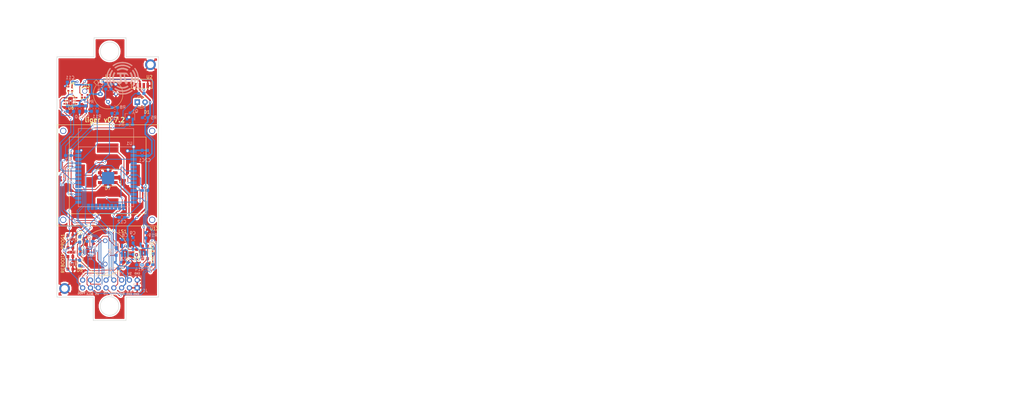
<source format=kicad_pcb>
(kicad_pcb (version 20171130) (host pcbnew 6.0.0-rc1-unknown-2086226~66~ubuntu18.04.1)
  (title_block (title "Liger v0.2") (date 2016-09-21) (company PYFI))
  (layers (0 F.Cu signal) (31 B.Cu signal) (34 B.Paste user) (35 F.Paste user hide) (36 B.SilkS user) (37 F.SilkS user) (38 B.Mask user) (39 F.Mask user) (44 Edge.Cuts user))
  (net 0 "")
  (net 1 GND)
  (net 2 "Net-(D1-Pad1)")
  (net 3 "Net-(D1-Pad2)")
  (net 4 "Net-(D2-Pad1)")
  (net 5 "Net-(D3-Pad2)")
  (net 6 "Net-(D3-Pad1)")
  (net 7 "Net-(Q1-Pad1)")
  (net 8 "Net-(R1-Pad1)")
  (net 9 "Net-(R19-Pad2)")
  (net 10 "Net-(U1-Pad19)")
  (net 11 "Net-(U1-Pad20)")
  (net 12 "Net-(U1-Pad17)")
  (net 13 "Net-(U1-Pad18)")
  (net 14 "Net-(U1-Pad4)")
  (net 15 "Net-(U1-Pad5)")
  (net 16 "Net-(D4-Pad1)")
  (net 17 "Net-(D5-Pad1)")
  (net 18 "Net-(LS1-Pad1)")
  (net 19 "Net-(LS1-Pad2)")
  (net 20 "Net-(U1-Pad22)")
  (net 21 "Net-(U1-Pad21)")
  (net 22 "Net-(R3-Pad2)")
  (net 23 "Net-(R11-Pad2)")
  (net 24 "Net-(R17-Pad1)")
  (net 25 /V_BAT)
  (net 26 /3V3)
  (net 27 /V_IN)
  (net 28 /V_USB)
  (net 29 /BUTTON_LED)
  (net 30 /FACTORY_RST)
  (net 31 /TXD)
  (net 32 /RXD)
  (net 33 /SCL)
  (net 34 /SDA)
  (net 35 /I2S_WS)
  (net 36 /I2S_BCLK)
  (net 37 /I2S_DATA_OUT)
  (net 38 /PROG)
  (net 39 /ZERO_DETECT)
  (net 40 /IR_RX)
  (net 41 /IR_TX)
  (net 42 "Net-(R7-Pad2)")
  (net 43 /I2S_DATA_IN)
  (net 44 /EN)
  (net 45 /PIR)
  (net 46 "Net-(U1-Pad16)")
  (net 47 /T_UP)
  (net 48 /T_DOWN)
  (net 49 /T_RIGHT)
  (net 50 /T_LEFT)
  (net 51 "Net-(D7-Pad2)")
  (net 52 "Net-(C4-Pad1)")
  (net 53 /RELAY_2)
  (net 54 /RELAY_4)
  (net 55 /RELAY_3)
  (net 56 /RELAY_1)
  (module open-automation:generic-housing-mounts-md (layer F.Cu) (at 161 51.8)
    (fp_text reference U7 (at 0 0.5) (layer F.SilkS))
    (fp_text value housing-mounts)
    (pad 1 thru_hole circle (at -28 73) (size 3.5 3.5) (drill 2.2) (layers *.Cu *.Mask) (net 1 GND))
    (pad 1 thru_hole circle (at 0 0) (size 3.5 3.5) (drill 2.2) (layers *.Cu *.Mask) (net 1 GND))
  )
  (module LED_SMD:LED_0603_1608Metric_Pad1.05x0.95mm_HandSolder (layer B.Cu) (at 160.9 117)
    (fp_text reference D3 (at 0 1.43) (layer B.SilkS) (effects (justify mirror)))
    (fp_text value LED-0603-G)
    (pad 2 smd roundrect (at 0.875 0) (size 1.05 0.95) (layers B.Cu B.Paste B.Mask) (net 5 "Net-(D3-Pad2)"))
    (pad 1 smd roundrect (at -0.875 0) (size 1.05 0.95) (layers B.Cu B.Paste B.Mask) (net 6 "Net-(D3-Pad1)"))
  )
  (module open-automation:soft-button-4 (layer F.Cu) (at 147.05 87.9)
    (fp_text reference U12 (at 15.2 17.4) (layer F.SilkS))
    (fp_text value soft-button-4x)
    (pad 3 smd rect (at 0 -8.9) (size 7 3) (layers F.Cu F.Paste F.Mask) (net 47 /T_UP))
    (pad 1 smd rect (at -8.95 -0.05 90) (size 7 3) (layers F.Cu F.Paste F.Mask) (net 50 /T_LEFT))
    (pad 4 smd rect (at 0 9 180) (size 7 3) (layers F.Cu F.Paste F.Mask) (net 48 /T_DOWN))
    (pad 2 smd rect (at 9 0 270) (size 7 3) (layers F.Cu F.Paste F.Mask) (net 49 /T_RIGHT))
    (pad "" thru_hole circle (at -14.5 -14.5) (size 2 2) (drill 1.5) (layers *.Cu *.Mask))
    (pad "" thru_hole circle (at 14.5 -14.5) (size 2 2) (drill 1.5) (layers *.Cu *.Mask))
    (pad "" thru_hole circle (at -14.5 14.5) (size 2 2) (drill 1.5) (layers *.Cu *.Mask))
    (pad "" thru_hole circle (at 14.5 14.5) (size 2 2) (drill 1.5) (layers *.Cu *.Mask))
  )
  (module Package_TO_SOT_THT:TO-5-3 (layer F.Cu) (at 144.65 61.4)
    (fp_text reference U7 (at 2.54 -5.82) (layer F.SilkS))
    (fp_text value PYQ2898)
    (pad 3 thru_hole oval (at 5.08 0) (size 1.2 1.2) (drill 0.7) (layers *.Cu *.Mask) (net 1 GND))
    (pad 2 thru_hole oval (at 2.54 2.54) (size 1.2 1.2) (drill 0.7) (layers *.Cu *.Mask) (net 52 "Net-(C4-Pad1)"))
    (pad 1 thru_hole oval (at 0 0) (size 1.6 1.2) (drill 0.7) (layers *.Cu *.Mask) (net 26 /3V3))
  )
  (module Button_Switch_SMD:SW_SPST_KMR2 (layer F.Cu) (at 134.874 109.4486 90)
    (fp_text reference PROG1 (at 0 -2.45 90) (layer F.SilkS))
    (fp_text value SW_PUSH)
    (pad 1 smd rect (at -2.05 -0.8 180) (size 0.9 1) (layers F.Cu F.Paste F.Mask) (net 38 /PROG))
    (pad 2 smd rect (at -2.05 0.8 180) (size 0.9 1) (layers F.Cu F.Paste F.Mask) (net 1 GND))
    (pad 1 smd rect (at 2.05 -0.8 180) (size 0.9 1) (layers F.Cu F.Paste F.Mask) (net 38 /PROG))
    (pad 2 smd rect (at 2.05 0.8 180) (size 0.9 1) (layers F.Cu F.Paste F.Mask) (net 1 GND))
  )
  (module Package_TO_SOT_SMD:SOT-23 (layer B.Cu) (at 154.2796 68.5292 90)
    (fp_text reference Q1 (at 1.5748 1.7272 180) (layer B.SilkS) (effects (justify mirror)))
    (fp_text value Q_NPN_BEC)
    (pad 1 smd rect (at -1 0.95 90) (size 0.9 0.8) (layers B.Cu B.Paste B.Mask) (net 7 "Net-(Q1-Pad1)"))
    (pad 2 smd rect (at -1 -0.95 90) (size 0.9 0.8) (layers B.Cu B.Paste B.Mask) (net 1 GND))
    (pad 3 smd rect (at 1 0 90) (size 0.9 0.8) (layers B.Cu B.Paste B.Mask) (net 2 "Net-(D1-Pad1)"))
  )
  (module Capacitor_SMD:C_0603_1608Metric_Pad1.05x0.95mm_HandSolder (layer B.Cu) (at 158.2928 80.6196 90)
    (fp_text reference C1 (at -2.3368 -0.1524 180) (layer B.SilkS) (effects (justify mirror)))
    (fp_text value C_10uF)
    (pad 2 smd roundrect (at 0.875 0 90) (size 1.05 0.95) (layers B.Cu B.Paste B.Mask) (net 1 GND))
    (pad 1 smd roundrect (at -0.875 0 90) (size 1.05 0.95) (layers B.Cu B.Paste B.Mask) (net 26 /3V3))
  )
  (module Capacitor_SMD:C_0603_1608Metric_Pad1.05x0.95mm_HandSolder (layer B.Cu) (at 160.0708 80.6196 90)
    (fp_text reference C2 (at -2.3368 0.0508 180) (layer B.SilkS) (effects (justify mirror)))
    (fp_text value C_1uF)
    (pad 2 smd roundrect (at 0.875 0 90) (size 1.05 0.95) (layers B.Cu B.Paste B.Mask) (net 1 GND))
    (pad 1 smd roundrect (at -0.875 0 90) (size 1.05 0.95) (layers B.Cu B.Paste B.Mask) (net 26 /3V3))
  )
  (module Capacitor_SMD:C_0603_1608Metric_Pad1.05x0.95mm_HandSolder (layer B.Cu) (at 139.9032 66.1162 270)
    (fp_text reference C5 (at 2.3622 -0.2032) (layer B.SilkS) (effects (justify mirror)))
    (fp_text value C_0.1uF)
    (pad 1 smd roundrect (at -0.875 0 270) (size 1.05 0.95) (layers B.Cu B.Paste B.Mask) (net 26 /3V3))
    (pad 2 smd roundrect (at 0.875 0 270) (size 1.05 0.95) (layers B.Cu B.Paste B.Mask) (net 1 GND))
  )
  (module Capacitor_SMD:C_0603_1608Metric_Pad1.05x0.95mm_HandSolder (layer B.Cu) (at 141.2354 109.4232 180)
    (fp_text reference C6 (at 0 1.43 180) (layer B.SilkS) (effects (justify mirror)))
    (fp_text value C_0.1uF)
    (pad 2 smd roundrect (at 0.875 0 180) (size 1.05 0.95) (layers B.Cu B.Paste B.Mask) (net 1 GND))
    (pad 1 smd roundrect (at -0.875 0 180) (size 1.05 0.95) (layers B.Cu B.Paste B.Mask) (net 27 /V_IN))
  )
  (module Capacitor_SMD:C_0603_1608Metric_Pad1.05x0.95mm_HandSolder (layer B.Cu) (at 155.3464 112.8382 90)
    (fp_text reference C7 (at -2.4778 0.1016 180) (layer B.SilkS) (effects (justify mirror)))
    (fp_text value C_1uF)
    (pad 1 smd roundrect (at -0.875 0 90) (size 1.05 0.95) (layers B.Cu B.Paste B.Mask) (net 27 /V_IN))
    (pad 2 smd roundrect (at 0.875 0 90) (size 1.05 0.95) (layers B.Cu B.Paste B.Mask) (net 1 GND))
  )
  (module Capacitor_SMD:C_0603_1608Metric_Pad1.05x0.95mm_HandSolder (layer B.Cu) (at 152.654 108.8644 180)
    (fp_text reference C8 (at 0 1.43 180) (layer B.SilkS) (effects (justify mirror)))
    (fp_text value C_1uF)
    (pad 2 smd roundrect (at 0.875 0 180) (size 1.05 0.95) (layers B.Cu B.Paste B.Mask) (net 1 GND))
    (pad 1 smd roundrect (at -0.875 0 180) (size 1.05 0.95) (layers B.Cu B.Paste B.Mask) (net 26 /3V3))
  )
  (module Capacitor_SMD:C_0603_1608Metric_Pad1.05x0.95mm_HandSolder (layer B.Cu) (at 155.321 109.0676 90)
    (fp_text reference C9 (at 2.3876 -0.127 180) (layer B.SilkS) (effects (justify mirror)))
    (fp_text value C_1uF)
    (pad 2 smd roundrect (at 0.875 0 90) (size 1.05 0.95) (layers B.Cu B.Paste B.Mask) (net 1 GND))
    (pad 1 smd roundrect (at -0.875 0 90) (size 1.05 0.95) (layers B.Cu B.Paste B.Mask) (net 25 /V_BAT))
  )
  (module Capacitor_SMD:C_0603_1608Metric_Pad1.05x0.95mm_HandSolder (layer B.Cu) (at 137.8712 66.1416 270)
    (fp_text reference C10 (at 2.6416 0.1016) (layer B.SilkS) (effects (justify mirror)))
    (fp_text value C_0.1uF)
    (pad 1 smd roundrect (at -0.875 0 270) (size 1.05 0.95) (layers B.Cu B.Paste B.Mask) (net 26 /3V3))
    (pad 2 smd roundrect (at 0.875 0 270) (size 1.05 0.95) (layers B.Cu B.Paste B.Mask) (net 1 GND))
  )
  (module Capacitor_SMD:C_0603_1608Metric_Pad1.05x0.95mm_HandSolder (layer B.Cu) (at 134.7724 57.4548 180)
    (fp_text reference C11 (at 0 1.43 180) (layer B.SilkS) (effects (justify mirror)))
    (fp_text value C_0.1uF)
    (pad 1 smd roundrect (at -0.875 0 180) (size 1.05 0.95) (layers B.Cu B.Paste B.Mask) (net 26 /3V3))
    (pad 2 smd roundrect (at 0.875 0 180) (size 1.05 0.95) (layers B.Cu B.Paste B.Mask) (net 1 GND))
  )
  (module Capacitor_SMD:C_0603_1608Metric_Pad1.05x0.95mm_HandSolder (layer B.Cu) (at 151.675 101.6)
    (fp_text reference C12 (at 0 1.43) (layer B.SilkS) (effects (justify mirror)))
    (fp_text value C_1uF)
    (pad 1 smd roundrect (at -0.875 0) (size 1.05 0.95) (layers B.Cu B.Paste B.Mask) (net 1 GND))
    (pad 2 smd roundrect (at 0.875 0) (size 1.05 0.95) (layers B.Cu B.Paste B.Mask) (net 27 /V_IN))
  )
  (module LED_THT:LED_D3.0mm (layer F.Cu) (at 156.6926 64.008)
    (fp_text reference D1 (at 3.1242 3.2512) (layer F.SilkS))
    (fp_text value LED)
    (pad 2 thru_hole circle (at 2.54 0) (size 1.8 1.8) (drill 0.9) (layers *.Cu *.Mask) (net 3 "Net-(D1-Pad2)"))
    (pad 1 thru_hole rect (at 0 0) (size 1.8 1.8) (drill 0.9) (layers *.Cu *.Mask) (net 2 "Net-(D1-Pad1)"))
  )
  (module LED_SMD:LED_0603_1608Metric_Pad1.05x0.95mm_HandSolder (layer F.Cu) (at 156.464 112.917 90)
    (fp_text reference D2 (at -2.399 0 180) (layer F.SilkS))
    (fp_text value LED-0603-G)
    (pad 2 smd roundrect (at 0.875 0 90) (size 1.05 0.95) (layers F.Cu F.Paste F.Mask) (net 26 /3V3))
    (pad 1 smd roundrect (at -0.875 0 90) (size 1.05 0.95) (layers F.Cu F.Paste F.Mask) (net 4 "Net-(D2-Pad1)"))
  )
  (module LED_SMD:LED_0603_1608Metric_Pad1.05x0.95mm_HandSolder (layer F.Cu) (at 137.922 108.825 270)
    (fp_text reference D4 (at -2.399 0) (layer F.SilkS))
    (fp_text value LED-0603-G)
    (pad 1 smd roundrect (at -0.875 0 270) (size 1.05 0.95) (layers F.Cu F.Paste F.Mask) (net 16 "Net-(D4-Pad1)"))
    (pad 2 smd roundrect (at 0.875 0 270) (size 1.05 0.95) (layers F.Cu F.Paste F.Mask) (net 26 /3V3))
  )
  (module LED_SMD:LED_0603_1608Metric_Pad1.05x0.95mm_HandSolder (layer F.Cu) (at 137.922 116.473 90)
    (fp_text reference D5 (at -2.399 0) (layer F.SilkS))
    (fp_text value LED-0603-G)
    (pad 2 smd roundrect (at 0.875 0 90) (size 1.05 0.95) (layers F.Cu F.Paste F.Mask) (net 26 /3V3))
    (pad 1 smd roundrect (at -0.875 0 90) (size 1.05 0.95) (layers F.Cu F.Paste F.Mask) (net 17 "Net-(D5-Pad1)"))
  )
  (module Diode_SMD:D_SOD-323_HandSoldering (layer B.Cu) (at 149.7838 112.6998 270)
    (fp_text reference D6 (at 0 1.85 270) (layer B.SilkS) (effects (justify mirror)))
    (fp_text value D_Schottky-BAT20JFILM)
    (pad 2 smd rect (at 1.25 0 270) (size 1 1) (layers B.Cu B.Paste B.Mask) (net 28 /V_USB))
    (pad 1 smd rect (at -1.25 0 270) (size 1 1) (layers B.Cu B.Paste B.Mask) (net 27 /V_IN))
  )
  (module Button_Switch_SMD:SW_SPST_KMR2 (layer F.Cu) (at 159.2072 113.03 270)
    (fp_text reference FACTORY1 (at 0 -2.45 270) (layer F.SilkS))
    (fp_text value SW_PUSH)
    (pad 2 smd rect (at 2.05 0.8) (size 0.9 1) (layers F.Cu F.Paste F.Mask) (net 1 GND))
    (pad 1 smd rect (at 2.05 -0.8) (size 0.9 1) (layers F.Cu F.Paste F.Mask) (net 30 /FACTORY_RST))
    (pad 2 smd rect (at -2.05 0.8) (size 0.9 1) (layers F.Cu F.Paste F.Mask) (net 1 GND))
    (pad 1 smd rect (at -2.05 -0.8) (size 0.9 1) (layers F.Cu F.Paste F.Mask) (net 30 /FACTORY_RST))
  )
  (module Connector_PinHeader_2.54mm:PinHeader_2x08_P2.54mm_Vertical (layer B.Cu) (at 156.6672 124.587 90)
    (fp_text reference J1 (at -0.889 2.5908 180) (layer B.SilkS) (effects (justify mirror)))
    (fp_text value Conn_02x08_Odd_Even)
    (pad 1 thru_hole rect (at 0 0 90) (size 1.7 1.7) (drill 1) (layers *.Cu *.Mask) (net 1 GND))
    (pad 2 thru_hole oval (at 2.54 0 90) (size 1.7 1.7) (drill 1) (layers *.Cu *.Mask) (net 1 GND))
    (pad 3 thru_hole oval (at 0 -2.54 90) (size 1.7 1.7) (drill 1) (layers *.Cu *.Mask) (net 1 GND))
    (pad 4 thru_hole oval (at 2.54 -2.54 90) (size 1.7 1.7) (drill 1) (layers *.Cu *.Mask) (net 28 /V_USB))
    (pad 5 thru_hole oval (at 0 -5.08 90) (size 1.7 1.7) (drill 1) (layers *.Cu *.Mask) (net 25 /V_BAT))
    (pad 6 thru_hole oval (at 2.54 -5.08 90) (size 1.7 1.7) (drill 1) (layers *.Cu *.Mask) (net 31 /TXD))
    (pad 7 thru_hole oval (at 0 -7.62 90) (size 1.7 1.7) (drill 1) (layers *.Cu *.Mask) (net 26 /3V3))
    (pad 8 thru_hole oval (at 2.54 -7.62 90) (size 1.7 1.7) (drill 1) (layers *.Cu *.Mask) (net 32 /RXD))
    (pad 9 thru_hole oval (at 0 -10.16 90) (size 1.7 1.7) (drill 1) (layers *.Cu *.Mask) (net 39 /ZERO_DETECT))
    (pad 10 thru_hole oval (at 2.54 -10.16 90) (size 1.7 1.7) (drill 1) (layers *.Cu *.Mask) (net 54 /RELAY_4))
    (pad 11 thru_hole oval (at 0 -12.7 90) (size 1.7 1.7) (drill 1) (layers *.Cu *.Mask) (net 35 /I2S_WS))
    (pad 12 thru_hole oval (at 2.54 -12.7 90) (size 1.7 1.7) (drill 1) (layers *.Cu *.Mask) (net 55 /RELAY_3))
    (pad 13 thru_hole oval (at 0 -15.24 90) (size 1.7 1.7) (drill 1) (layers *.Cu *.Mask) (net 36 /I2S_BCLK))
    (pad 14 thru_hole oval (at 2.54 -15.24 90) (size 1.7 1.7) (drill 1) (layers *.Cu *.Mask) (net 53 /RELAY_2))
    (pad 15 thru_hole oval (at 0 -17.78 90) (size 1.7 1.7) (drill 1) (layers *.Cu *.Mask) (net 38 /PROG))
    (pad 16 thru_hole oval (at 2.54 -17.78 90) (size 1.7 1.7) (drill 1) (layers *.Cu *.Mask) (net 56 /RELAY_1))
  )
  (module open-automation:speaker-1508 (layer F.Cu) (at 146.2532 112.9284 90)
    (fp_text reference LS1 (at 6.7564 5.6388 180) (layer F.SilkS))
    (fp_text value speaker-CVS-1508)
    (pad 1 thru_hole circle (at -3.9 0 90) (size 1.5 1.5) (drill 1) (layers *.Cu *.Mask) (net 18 "Net-(LS1-Pad1)"))
    (pad 2 thru_hole circle (at 3.7 0 90) (size 1.5 1.5) (drill 1) (layers *.Cu *.Mask) (net 19 "Net-(LS1-Pad2)"))
  )
  (module Package_TO_SOT_SMD:SOT-23 (layer B.Cu) (at 150.4188 117.2464 270)
    (fp_text reference Q4 (at 1.3716 2.8448) (layer B.SilkS) (effects (justify mirror)))
    (fp_text value PMOS-DMG3413L)
    (pad 3 smd rect (at 1 0 270) (size 0.9 0.8) (layers B.Cu B.Paste B.Mask) (net 25 /V_BAT))
    (pad 2 smd rect (at -1 -0.95 270) (size 0.9 0.8) (layers B.Cu B.Paste B.Mask) (net 27 /V_IN))
    (pad 1 smd rect (at -1 0.95 270) (size 0.9 0.8) (layers B.Cu B.Paste B.Mask) (net 28 /V_USB))
  )
  (module Resistor_SMD:R_0603_1608Metric_Pad1.05x0.95mm_HandSolder (layer B.Cu) (at 159.225 92.83)
    (fp_text reference R1 (at 0 1.43) (layer B.SilkS) (effects (justify mirror)))
    (fp_text value R_47.5)
    (pad 1 smd roundrect (at -0.875 0) (size 1.05 0.95) (layers B.Cu B.Paste B.Mask) (net 8 "Net-(R1-Pad1)"))
    (pad 2 smd roundrect (at 0.875 0) (size 1.05 0.95) (layers B.Cu B.Paste B.Mask) (net 36 /I2S_BCLK))
  )
  (module Resistor_SMD:R_0603_1608Metric_Pad1.05x0.95mm_HandSolder (layer B.Cu) (at 135.9408 66.1416 270)
    (fp_text reference R2 (at -2.314 0.006) (layer B.SilkS) (effects (justify mirror)))
    (fp_text value R_10k)
    (pad 2 smd roundrect (at 0.875 0 270) (size 1.05 0.95) (layers B.Cu B.Paste B.Mask) (net 33 /SCL))
    (pad 1 smd roundrect (at -0.875 0 270) (size 1.05 0.95) (layers B.Cu B.Paste B.Mask) (net 26 /3V3))
  )
  (module Resistor_SMD:R_0603_1608Metric_Pad1.05x0.95mm_HandSolder (layer B.Cu) (at 157.988 61.214)
    (fp_text reference R3 (at -0.3048 -1.3716) (layer B.SilkS) (effects (justify mirror)))
    (fp_text value R_1k)
    (pad 1 smd roundrect (at -0.875 0) (size 1.05 0.95) (layers B.Cu B.Paste B.Mask) (net 40 /IR_RX))
    (pad 2 smd roundrect (at 0.875 0) (size 1.05 0.95) (layers B.Cu B.Paste B.Mask) (net 22 "Net-(R3-Pad2)"))
  )
  (module Resistor_SMD:R_0603_1608Metric_Pad1.05x0.95mm_HandSolder (layer B.Cu) (at 154.2796 71.3232 180)
    (fp_text reference R4 (at 2.7432 -0.0508) (layer B.SilkS) (effects (justify mirror)))
    (fp_text value R_1k)
    (pad 2 smd roundrect (at 0.875 0 180) (size 1.05 0.95) (layers B.Cu B.Paste B.Mask) (net 41 /IR_TX))
    (pad 1 smd roundrect (at -0.875 0 180) (size 1.05 0.95) (layers B.Cu B.Paste B.Mask) (net 7 "Net-(Q1-Pad1)"))
  )
  (module Resistor_SMD:R_0603_1608Metric_Pad1.05x0.95mm_HandSolder (layer B.Cu) (at 159.258 69.088 180)
    (fp_text reference R5 (at -2.794 0 180) (layer B.SilkS) (effects (justify mirror)))
    (fp_text value 36)
    (pad 2 smd roundrect (at 0.875 0 180) (size 1.05 0.95) (layers B.Cu B.Paste B.Mask) (net 3 "Net-(D1-Pad2)"))
    (pad 1 smd roundrect (at -0.875 0 180) (size 1.05 0.95) (layers B.Cu B.Paste B.Mask) (net 26 /3V3))
  )
  (module Resistor_SMD:R_0603_1608Metric_Pad1.05x0.95mm_HandSolder (layer B.Cu) (at 133.9088 66.1416 270)
    (fp_text reference R6 (at -2.2352 0.0508) (layer B.SilkS) (effects (justify mirror)))
    (fp_text value R_10k)
    (pad 1 smd roundrect (at -0.875 0 270) (size 1.05 0.95) (layers B.Cu B.Paste B.Mask) (net 26 /3V3))
    (pad 2 smd roundrect (at 0.875 0 270) (size 1.05 0.95) (layers B.Cu B.Paste B.Mask) (net 34 /SDA))
  )
  (module Resistor_SMD:R_0603_1608Metric_Pad1.05x0.95mm_HandSolder (layer B.Cu) (at 134.21 81.44)
    (fp_text reference R7 (at 0 1.43) (layer B.SilkS) (effects (justify mirror)))
    (fp_text value R_47.5)
    (pad 1 smd roundrect (at -0.875 0) (size 1.05 0.95) (layers B.Cu B.Paste B.Mask) (net 35 /I2S_WS))
    (pad 2 smd roundrect (at 0.875 0) (size 1.05 0.95) (layers B.Cu B.Paste B.Mask) (net 42 "Net-(R7-Pad2)"))
  )
  (module Resistor_SMD:R_0603_1608Metric_Pad1.05x0.95mm_HandSolder (layer B.Cu) (at 141.7574 66.1276 90)
    (fp_text reference R9 (at 2.2212 -0.2286 180) (layer B.SilkS) (effects (justify mirror)))
    (fp_text value R_100k)
    (pad 2 smd roundrect (at 0.875 0 90) (size 1.05 0.95) (layers B.Cu B.Paste B.Mask) (net 23 "Net-(R11-Pad2)"))
    (pad 1 smd roundrect (at -0.875 0 90) (size 1.05 0.95) (layers B.Cu B.Paste B.Mask) (net 1 GND))
  )
  (module Resistor_SMD:R_0603_1608Metric_Pad1.05x0.95mm_HandSolder (layer B.Cu) (at 161.8856 112.5982 270)
    (fp_text reference R10 (at -2.6162 0.0876 180) (layer B.SilkS) (effects (justify mirror)))
    (fp_text value R_1k)
    (pad 2 smd roundrect (at 0.875 0 270) (size 1.05 0.95) (layers B.Cu B.Paste B.Mask) (net 5 "Net-(D3-Pad2)"))
    (pad 1 smd roundrect (at -0.875 0 270) (size 1.05 0.95) (layers B.Cu B.Paste B.Mask) (net 28 /V_USB))
  )
  (module Resistor_SMD:R_0603_1608Metric_Pad1.05x0.95mm_HandSolder (layer B.Cu) (at 143.637 66.1162 90)
    (fp_text reference R11 (at -2.5654 -0.127 180) (layer B.SilkS) (effects (justify mirror)))
    (fp_text value R_47.5)
    (pad 1 smd roundrect (at -0.875 0 90) (size 1.05 0.95) (layers B.Cu B.Paste B.Mask) (net 43 /I2S_DATA_IN))
    (pad 2 smd roundrect (at 0.875 0 90) (size 1.05 0.95) (layers B.Cu B.Paste B.Mask) (net 23 "Net-(R11-Pad2)"))
  )
  (module Resistor_SMD:R_0603_1608Metric_Pad1.05x0.95mm_HandSolder (layer B.Cu) (at 157.367 117.094)
    (fp_text reference R14 (at 0.0114 1.4732 180) (layer B.SilkS) (effects (justify mirror)))
    (fp_text value R_1k)
    (pad 2 smd roundrect (at 0.875 0) (size 1.05 0.95) (layers B.Cu B.Paste B.Mask) (net 30 /FACTORY_RST))
    (pad 1 smd roundrect (at -0.875 0) (size 1.05 0.95) (layers B.Cu B.Paste B.Mask) (net 4 "Net-(D2-Pad1)"))
  )
  (module Resistor_SMD:R_0603_1608Metric_Pad1.05x0.95mm_HandSolder (layer B.Cu) (at 137.922 108.825 270)
    (fp_text reference R15 (at -0.1638 2.1336) (layer B.SilkS) (effects (justify mirror)))
    (fp_text value R_1k)
    (pad 1 smd roundrect (at -0.875 0 270) (size 1.05 0.95) (layers B.Cu B.Paste B.Mask) (net 16 "Net-(D4-Pad1)"))
    (pad 2 smd roundrect (at 0.875 0 270) (size 1.05 0.95) (layers B.Cu B.Paste B.Mask) (net 38 /PROG))
  )
  (module Resistor_SMD:R_0603_1608Metric_Pad1.05x0.95mm_HandSolder (layer B.Cu) (at 137.922 116.473 90)
    (fp_text reference R16 (at -0.2654 -2.0828) (layer B.SilkS) (effects (justify mirror)))
    (fp_text value R_1k)
    (pad 1 smd roundrect (at -0.875 0 90) (size 1.05 0.95) (layers B.Cu B.Paste B.Mask) (net 17 "Net-(D5-Pad1)"))
    (pad 2 smd roundrect (at 0.875 0 90) (size 1.05 0.95) (layers B.Cu B.Paste B.Mask) (net 44 /EN))
  )
  (module Resistor_SMD:R_0603_1608Metric_Pad1.05x0.95mm_HandSolder (layer B.Cu) (at 137.9728 112.7506 90)
    (fp_text reference R17 (at -0.2794 -2.3368 180) (layer B.SilkS) (effects (justify mirror)))
    (fp_text value R_100k)
    (pad 2 smd roundrect (at 0.875 0 90) (size 1.05 0.95) (layers B.Cu B.Paste B.Mask) (net 1 GND))
    (pad 1 smd roundrect (at -0.875 0 90) (size 1.05 0.95) (layers B.Cu B.Paste B.Mask) (net 24 "Net-(R17-Pad1)"))
  )
  (module Resistor_SMD:R_0603_1608Metric_Pad1.05x0.95mm_HandSolder (layer B.Cu) (at 159.512 107.442 270)
    (fp_text reference R19 (at 0 -2.286 180) (layer B.SilkS) (effects (justify mirror)))
    (fp_text value R_2k)
    (pad 2 smd roundrect (at 0.875 0 270) (size 1.05 0.95) (layers B.Cu B.Paste B.Mask) (net 9 "Net-(R19-Pad2)"))
    (pad 1 smd roundrect (at -0.875 0 270) (size 1.05 0.95) (layers B.Cu B.Paste B.Mask) (net 1 GND))
  )
  (module Resistor_SMD:R_0603_1608Metric_Pad1.05x0.95mm_HandSolder (layer B.Cu) (at 149.3012 67.6656)
    (fp_text reference R20 (at -0.0508 1.6764) (layer B.SilkS) (effects (justify mirror)))
    (fp_text value R_100k)
    (pad 1 smd roundrect (at -0.875 0) (size 1.05 0.95) (layers B.Cu B.Paste B.Mask) (net 1 GND))
    (pad 2 smd roundrect (at 0.875 0) (size 1.05 0.95) (layers B.Cu B.Paste B.Mask) (net 45 /PIR))
  )
  (module Resistor_SMD:R_0603_1608Metric_Pad1.05x0.95mm_HandSolder (layer B.Cu) (at 153.543 117.2464 90)
    (fp_text reference R22 (at 2.1336 -0.635) (layer B.SilkS) (effects (justify mirror)))
    (fp_text value R_10k)
    (pad 1 smd roundrect (at -0.875 0 90) (size 1.05 0.95) (layers B.Cu B.Paste B.Mask) (net 28 /V_USB))
    (pad 2 smd roundrect (at 0.875 0 90) (size 1.05 0.95) (layers B.Cu B.Paste B.Mask) (net 1 GND))
  )
  (module Button_Switch_SMD:SW_SPST_KMR2 (layer F.Cu) (at 134.874 116.4336 90)
    (fp_text reference REBOOT1 (at 0 -2.45 90) (layer F.SilkS))
    (fp_text value SW_PUSH)
    (pad 2 smd rect (at 2.05 0.8 180) (size 0.9 1) (layers F.Cu F.Paste F.Mask) (net 1 GND))
    (pad 1 smd rect (at 2.05 -0.8 180) (size 0.9 1) (layers F.Cu F.Paste F.Mask) (net 44 /EN))
    (pad 2 smd rect (at -2.05 0.8 180) (size 0.9 1) (layers F.Cu F.Paste F.Mask) (net 1 GND))
    (pad 1 smd rect (at -2.05 -0.8 180) (size 0.9 1) (layers F.Cu F.Paste F.Mask) (net 44 /EN))
  )
  (module open-automation:ESP-WROOM-32 (layer B.Cu) (at 155.4988 81.3816 180)
    (fp_text reference U1 (at 1.3716 3.9116 180) (layer B.SilkS) (effects (justify mirror)))
    (fp_text value ESP-WROOM-32)
    (pad 3 smd rect (at 0 -1.27 180) (size 2 1) (layers B.Cu B.Paste B.Mask) (net 44 /EN))
    (pad 36 smd rect (at 18.034 -1.298 180) (size 2 1) (layers B.Cu B.Paste B.Mask) (net 43 /I2S_DATA_IN))
    (pad 23 smd rect (at 13.462 -16.764 180) (size 1 2) (layers B.Cu B.Paste B.Mask) (net 45 /PIR))
    (pad 24 smd rect (at 14.732 -16.764 180) (size 1 2) (layers B.Cu B.Paste B.Mask) (net 56 /RELAY_1))
    (pad 19 smd rect (at 8.382 -16.764 180) (size 1 2) (layers B.Cu B.Paste B.Mask) (net 10 "Net-(U1-Pad19)"))
    (pad 20 smd rect (at 9.652 -16.764 180) (size 1 2) (layers B.Cu B.Paste B.Mask) (net 11 "Net-(U1-Pad20)"))
    (pad 22 smd rect (at 12.192 -16.764 180) (size 1 2) (layers B.Cu B.Paste B.Mask) (net 20 "Net-(U1-Pad22)"))
    (pad 21 smd rect (at 10.922 -16.764 180) (size 1 2) (layers B.Cu B.Paste B.Mask) (net 21 "Net-(U1-Pad21)"))
    (pad 17 smd rect (at 5.842 -16.764 180) (size 1 2) (layers B.Cu B.Paste B.Mask) (net 12 "Net-(U1-Pad17)"))
    (pad 18 smd rect (at 7.112 -16.764 180) (size 1 2) (layers B.Cu B.Paste B.Mask) (net 13 "Net-(U1-Pad18)"))
    (pad 16 smd rect (at 4.572 -16.764 180) (size 1 2) (layers B.Cu B.Paste B.Mask) (net 46 "Net-(U1-Pad16)"))
    (pad 1 smd rect (at 3.302 -16.764 180) (size 1 2) (layers B.Cu B.Paste B.Mask) (net 1 GND) (clearance 0.1))
    (pad 1 smd rect (at 18.018 1.25 180) (size 2 1) (layers B.Cu B.Paste B.Mask) (net 1 GND) (clearance 0.1))
    (pad 37 smd rect (at 18.034 -0.028 180) (size 2 1) (layers B.Cu B.Paste B.Mask) (net 42 "Net-(R7-Pad2)"))
    (pad 34 smd rect (at 18.034 -3.838 180) (size 2 1) (layers B.Cu B.Paste B.Mask) (net 32 /RXD))
    (pad 35 smd rect (at 18.018 -2.56 180) (size 2 1) (layers B.Cu B.Paste B.Mask) (net 31 /TXD))
    (pad 31 smd rect (at 18.018 -7.64 180) (size 2 1) (layers B.Cu B.Paste B.Mask) (net 34 /SDA))
    (pad 30 smd rect (at 18.034 -8.918 180) (size 2 1) (layers B.Cu B.Paste B.Mask) (net 29 /BUTTON_LED))
    (pad 32 smd rect (at 18.034 -6.378 180) (size 2 1) (layers B.Cu B.Paste B.Mask))
    (pad 33 smd rect (at 18.018 -5.1 180) (size 2 1) (layers B.Cu B.Paste B.Mask) (net 33 /SCL))
    (pad 25 smd rect (at 18.018 -15.26 180) (size 2 1) (layers B.Cu B.Paste B.Mask) (net 38 /PROG))
    (pad 27 smd rect (at 18.018 -12.72 180) (size 2 1) (layers B.Cu B.Paste B.Mask) (net 40 /IR_RX))
    (pad 26 smd rect (at 18.034 -13.998 180) (size 2 1) (layers B.Cu B.Paste B.Mask) (net 41 /IR_TX))
    (pad 28 smd rect (at 18.034 -11.458 180) (size 2 1) (layers B.Cu B.Paste B.Mask) (net 55 /RELAY_3))
    (pad 29 smd rect (at 18.018 -10.18 180) (size 2 1) (layers B.Cu B.Paste B.Mask) (net 53 /RELAY_2))
    (pad 10 smd rect (at -0.016 -10.18 180) (size 2 1) (layers B.Cu B.Paste B.Mask) (net 37 /I2S_DATA_OUT))
    (pad 11 smd rect (at 0 -11.458 180) (size 2 1) (layers B.Cu B.Paste B.Mask) (net 8 "Net-(R1-Pad1)"))
    (pad 13 smd rect (at 0 -13.998 180) (size 2 1) (layers B.Cu B.Paste B.Mask) (net 30 /FACTORY_RST))
    (pad 12 smd rect (at -0.016 -12.72 180) (size 2 1) (layers B.Cu B.Paste B.Mask) (net 47 /T_UP))
    (pad 14 smd rect (at -0.016 -15.26 180) (size 2 1) (layers B.Cu B.Paste B.Mask) (net 48 /T_DOWN))
    (pad 6 smd rect (at -0.016 -5.1 180) (size 2 1) (layers B.Cu B.Paste B.Mask) (net 54 /RELAY_4))
    (pad 7 smd rect (at 0 -6.378 180) (size 2 1) (layers B.Cu B.Paste B.Mask) (net 39 /ZERO_DETECT))
    (pad 9 smd rect (at 0 -8.918 180) (size 2 1) (layers B.Cu B.Paste B.Mask) (net 49 /T_RIGHT))
    (pad 8 smd rect (at -0.016 -7.64 180) (size 2 1) (layers B.Cu B.Paste B.Mask) (net 50 /T_LEFT))
    (pad 4 smd rect (at -0.016 -2.56 180) (size 2 1) (layers B.Cu B.Paste B.Mask) (net 14 "Net-(U1-Pad4)"))
    (pad 5 smd rect (at 0 -3.838 180) (size 2 1) (layers B.Cu B.Paste B.Mask) (net 15 "Net-(U1-Pad5)"))
    (pad 2 smd rect (at 0 0 180) (size 2 1) (layers B.Cu B.Paste B.Mask) (net 26 /3V3))
    (pad 1 smd rect (at 0 1.27 180) (size 2 1) (layers B.Cu B.Paste B.Mask) (net 1 GND) (clearance 0.1))
    (pad 1 smd rect (at 8.32612 -7.4168 180) (size 4 4) (layers B.Cu B.Paste B.Mask) (net 1 GND))
  )
  (module open-automation:TSOP75338TR (layer F.Cu) (at 158.1862 58.364)
    (fp_text reference U2 (at 2.4688 -2.5602) (layer F.SilkS))
    (fp_text value IR-RX-TSOP34438)
    (pad Vs smd rect (at -0.63 0.31) (size 0.8 1.8) (layers F.Cu F.Paste F.Mask) (net 26 /3V3))
    (pad GND smd rect (at -1.9 0.31) (size 0.8 1.8) (layers F.Cu F.Paste F.Mask) (net 1 GND))
    (pad OUT smd rect (at 0.64 0.31) (size 0.8 1.8) (layers F.Cu F.Paste F.Mask) (net 22 "Net-(R3-Pad2)"))
    (pad GND smd rect (at 1.91 0.31) (size 0.8 1.8) (layers F.Cu F.Paste F.Mask) (net 1 GND))
  )
  (module open-automation:SPH0645LM4H-B (layer F.Cu) (at 140.4764 62.4968 180)
    (fp_text reference U3 (at 0.2684 3.8228 180) (layer F.SilkS))
    (fp_text value SPH0645LM4H-B)
    (pad 3 thru_hole circle (at 0.9 2.07 180) (size 1.624 1.624) (drill 1.24) (layers *.Cu *.Mask) (net 1 GND))
    (pad 2 smd rect (at 0 0.82 180) (size 0.6 0.522) (layers F.Cu F.Paste F.Mask) (net 1 GND))
    (pad 4 smd rect (at 1.8 0.82 180) (size 0.6 0.522) (layers F.Cu F.Paste F.Mask) (net 36 /I2S_BCLK))
    (pad 5 smd rect (at 1.8 0 180) (size 0.6 0.522) (layers F.Cu F.Paste F.Mask) (net 26 /3V3))
    (pad 6 smd rect (at 0.9 0 180) (size 0.6 0.522) (layers F.Cu F.Paste F.Mask) (net 23 "Net-(R11-Pad2)"))
    (pad 1 smd rect (at 0 0 180) (size 0.6 0.522) (layers F.Cu F.Paste F.Mask) (net 35 /I2S_WS))
  )
  (module Package_TO_SOT_SMD:SOT-23-5_HandSoldering (layer B.Cu) (at 158.7246 111.9086 90)
    (fp_text reference U4 (at -3.001 0.2286 180) (layer B.SilkS) (effects (justify mirror)))
    (fp_text value MCP73831T)
    (pad 5 smd rect (at 1.35 0.95 90) (size 1.56 0.65) (layers B.Cu B.Paste B.Mask) (net 9 "Net-(R19-Pad2)"))
    (pad 4 smd rect (at 1.35 -0.95 90) (size 1.56 0.65) (layers B.Cu B.Paste B.Mask) (net 28 /V_USB))
    (pad 3 smd rect (at -1.35 -0.95 90) (size 1.56 0.65) (layers B.Cu B.Paste B.Mask) (net 25 /V_BAT))
    (pad 2 smd rect (at -1.35 0 90) (size 1.56 0.65) (layers B.Cu B.Paste B.Mask) (net 1 GND))
    (pad 1 smd rect (at -1.35 0.95 90) (size 1.56 0.65) (layers B.Cu B.Paste B.Mask) (net 6 "Net-(D3-Pad1)"))
  )
  (module open-automation:MAX98357A (layer B.Cu) (at 140.081 113.5634)
    (fp_text reference U5 (at 1.28 1.6) (layer B.SilkS) (effects (font (size 0.55 0.55) (thickness 0.08)) (justify mirror)))
    (fp_text value MAX98357AETE+T)
    (pad 12 smd rect (at 2.75 -0.03 180) (size 0.75 0.3) (layers B.Cu B.Paste B.Mask))
    (pad 3 smd rect (at 2.75 -0.53 180) (size 0.75 0.3) (layers B.Cu B.Paste B.Mask) (net 1 GND))
    (pad 10 smd rect (at 2.75 -1.03 180) (size 0.75 0.3) (layers B.Cu B.Paste B.Mask) (net 18 "Net-(LS1-Pad1)"))
    (pad 9 smd rect (at 2.75 -1.53 180) (size 0.75 0.3) (layers B.Cu B.Paste B.Mask) (net 19 "Net-(LS1-Pad2)"))
    (pad 13 smd rect (at 2.05 0.73 270) (size 0.75 0.3) (layers B.Cu B.Paste B.Mask))
    (pad 14 smd rect (at 1.55 0.73 270) (size 0.75 0.3) (layers B.Cu B.Paste B.Mask) (net 35 /I2S_WS))
    (pad 3 smd rect (at 1.05 0.73 270) (size 0.75 0.3) (layers B.Cu B.Paste B.Mask) (net 1 GND))
    (pad 16 smd rect (at 0.55 0.73 270) (size 0.75 0.3) (layers B.Cu B.Paste B.Mask) (net 36 /I2S_BCLK))
    (pad 5 smd rect (at 0.55 -2.25 270) (size 0.75 0.3) (layers B.Cu B.Paste B.Mask))
    (pad 6 smd rect (at 1.05 -2.25 270) (size 0.75 0.3) (layers B.Cu B.Paste B.Mask))
    (pad 7 smd rect (at 1.55 -2.25 270) (size 0.75 0.3) (layers B.Cu B.Paste B.Mask) (net 27 /V_IN))
    (pad 7 smd rect (at 2.05 -2.25 270) (size 0.75 0.3) (layers B.Cu B.Paste B.Mask) (net 27 /V_IN))
    (pad 2 smd rect (at -0.17 -0.49) (size 0.75 0.3) (layers B.Cu B.Paste B.Mask) (net 24 "Net-(R17-Pad1)"))
    (pad 1 smd rect (at -0.17 0.01) (size 0.75 0.3) (layers B.Cu B.Paste B.Mask) (net 37 /I2S_DATA_OUT))
    (pad 3 smd rect (at -0.17 -0.99) (size 0.75 0.3) (layers B.Cu B.Paste B.Mask) (net 1 GND))
    (pad 4 smd rect (at -0.17 -1.49) (size 0.75 0.3) (layers B.Cu B.Paste B.Mask) (net 27 /V_IN))
  )
  (module open-automation:SI7020-A20 (layer F.Cu) (at 134.9294 63.5762)
    (fp_text reference U6 (at 0.15 2.37) (layer F.SilkS))
    (fp_text value SI7020-A20)
    (pad 2 smd rect (at -0.03 0) (size 1.6 2.5) (layers F.Cu F.Paste F.Mask) (net 1 GND))
    (pad 4 smd rect (at 1.62 1) (size 1.25 0.45) (layers F.Cu F.Paste F.Mask))
    (pad 6 smd rect (at 1.62 -1) (size 1.25 0.45) (layers F.Cu F.Paste F.Mask) (net 33 /SCL))
    (pad 5 smd rect (at 1.62 0) (size 1.25 0.45) (layers F.Cu F.Paste F.Mask) (net 26 /3V3))
    (pad 3 smd rect (at -1.68 1) (size 1.25 0.45) (layers F.Cu F.Paste F.Mask))
    (pad 2 smd rect (at -1.68 0) (size 1.25 0.45) (layers F.Cu F.Paste F.Mask) (net 1 GND))
    (pad 1 smd rect (at -1.68 -1) (size 1.25 0.45) (layers F.Cu F.Paste F.Mask) (net 34 /SDA))
  )
  (module open-automation:LIGHT-SENSOR-TSL45315CL (layer F.Cu) (at 135.4328 58.9534 270)
    (fp_text reference U8 (at -1.05 -0.1 180) (layer F.SilkS) (effects (font (size 0.7 0.7))))
    (fp_text value TSL45315CL)
    (pad 1 smd rect (at 0.3 0) (size 0.45 0.6) (layers F.Cu F.Paste F.Mask) (net 26 /3V3))
    (pad 2 smd rect (at 0 1.2 270) (size 0.45 0.6) (layers F.Cu F.Paste F.Mask) (net 1 GND))
    (pad 3 smd rect (at 1.35 1.2 270) (size 0.45 0.6) (layers F.Cu F.Paste F.Mask) (net 34 /SDA))
    (pad 4 smd rect (at 1.35 0 270) (size 0.45 0.6) (layers F.Cu F.Paste F.Mask) (net 33 /SCL))
    (pad 1 smd rect (at 0 0 270) (size 0.45 0.6) (layers F.Cu F.Paste F.Mask) (net 26 /3V3))
  )
  (module Package_TO_SOT_SMD:SOT-23-5_HandSoldering (layer B.Cu) (at 152.6832 112.3442 90)
    (fp_text reference U9 (at 2.6162 -2.8232 180) (layer B.SilkS) (effects (justify mirror)))
    (fp_text value AP2112)
    (pad 1 smd rect (at -1.35 0.95 90) (size 1.56 0.65) (layers B.Cu B.Paste B.Mask) (net 27 /V_IN))
    (pad 2 smd rect (at -1.35 0 90) (size 1.56 0.65) (layers B.Cu B.Paste B.Mask) (net 1 GND))
    (pad 3 smd rect (at -1.35 -0.95 90) (size 1.56 0.65) (layers B.Cu B.Paste B.Mask) (net 27 /V_IN))
    (pad 4 smd rect (at 1.35 -0.95 90) (size 1.56 0.65) (layers B.Cu B.Paste B.Mask))
    (pad 5 smd rect (at 1.35 0.95 90) (size 1.56 0.65) (layers B.Cu B.Paste B.Mask) (net 26 /3V3))
  )
  (module LED_SMD:LED_WS2812B_PLCC4_5.0x5.0mm_P3.2mm (layer F.Cu) (at 147.066 88.646 180)
    (fp_text reference D7 (at 0 -3.5 180) (layer F.SilkS))
    (fp_text value WS2812B)
    (fp_text user 1 (at -4.15 -1.6 180) (layer F.SilkS))
    (pad 3 smd rect (at 2.45 1.6 180) (size 1.5 1) (layers F.Cu F.Paste F.Mask) (net 1 GND))
    (pad 4 smd rect (at 2.45 -1.6 180) (size 1.5 1) (layers F.Cu F.Paste F.Mask) (net 29 /BUTTON_LED))
    (pad 2 smd rect (at -2.45 1.6 180) (size 1.5 1) (layers F.Cu F.Paste F.Mask) (net 51 "Net-(D7-Pad2)"))
    (pad 1 smd rect (at -2.45 -1.6 180) (size 1.5 1) (layers F.Cu F.Paste F.Mask) (net 27 /V_IN))
  )
  (module Capacitor_SMD:C_0603_1608Metric_Pad1.05x0.95mm_HandSolder (layer B.Cu) (at 147.25 58.15)
    (fp_text reference C3 (at -2.65 0.1) (layer B.SilkS) (effects (justify mirror)))
    (fp_text value C_0.1uF)
    (pad 1 smd roundrect (at -0.875 0) (size 1.05 0.95) (layers B.Cu B.Paste B.Mask) (net 26 /3V3))
    (pad 2 smd roundrect (at 0.875 0) (size 1.05 0.95) (layers B.Cu B.Paste B.Mask) (net 1 GND))
  )
  (module Capacitor_SMD:C_0603_1608Metric_Pad1.05x0.95mm_HandSolder (layer B.Cu) (at 147.25 59.75)
    (fp_text reference C4 (at -2.6 0.05) (layer B.SilkS) (effects (justify mirror)))
    (fp_text value C_100pF)
    (pad 2 smd roundrect (at 0.875 0) (size 1.05 0.95) (layers B.Cu B.Paste B.Mask) (net 1 GND))
    (pad 1 smd roundrect (at -0.875 0) (size 1.05 0.95) (layers B.Cu B.Paste B.Mask) (net 52 "Net-(C4-Pad1)"))
  )
  (module Resistor_SMD:R_0603_1608Metric_Pad1.05x0.95mm_HandSolder (layer B.Cu) (at 149.3914 65.786 180)
    (fp_text reference R8 (at -2.5514 0.1016 180) (layer B.SilkS) (effects (justify mirror)))
    (fp_text value R_47.5)
    (pad 2 smd roundrect (at 0.875 0 180) (size 1.05 0.95) (layers B.Cu B.Paste B.Mask) (net 52 "Net-(C4-Pad1)"))
    (pad 1 smd roundrect (at -0.875 0 180) (size 1.05 0.95) (layers B.Cu B.Paste B.Mask) (net 45 /PIR))
  )
  (module open-automation:pyfi_symbol (layer B.Cu) (at 157.2 50.9 180)
    (fp_text reference LOGO hide)
    (fp_text value "" (at 0 0 180) (layer B.SilkS) (effects (font (size 1.27 1.27)) (justify mirror)))
  )
  (gr_text GND (at 154.09 126.51 180) (layer B.SilkS) (effects (font (size 0.6 0.6)) (justify mirror)))
  (gr_text ZD (at 146.41 126.51) (layer B.SilkS) (effects (font (size 0.75 0.75)) (justify mirror)))
  (gr_text T1 (at 139.12 120.02) (layer B.SilkS) (effects (font (size 0.75 0.75)) (justify mirror)))
  (gr_text T2 (at 141.49 120) (layer B.SilkS) (effects (font (size 0.75 0.75)) (justify mirror)))
  (gr_text T3 (at 143.98 119.99) (layer B.SilkS) (effects (font (size 0.75 0.75)) (justify mirror)))
  (gr_text T4 (at 146.56 119.94) (layer B.SilkS) (effects (font (size 0.75 0.75)) (justify mirror)))
  (gr_text 1 (at 138.7348 113.792) (layer B.SilkS) (effects (font (size 0.55 0.55) (thickness 0.08)) (justify mirror)))
  (gr_text 1 (at 136.271 58.801) (layer F.SilkS) (effects (font (size 0.55 0.55) (thickness 0.08))))
  (gr_text 1 (at 132.08 62.103) (layer F.SilkS) (effects (font (size 0.55 0.55) (thickness 0.08))))
  (gr_text "liger v0.7.2" (at 146.1 69.8) (layer F.SilkS) (effects (font (size 1.5 1.5) (thickness 0.3))))
  (gr_text WS (at 143.6 126.6) (layer B.SilkS) (effects (font (size 0.6 0.6)) (justify mirror)))
  (gr_text BCLK (at 141.2 126.575) (layer B.SilkS) (effects (font (size 0.6 0.6)) (justify mirror)))
  (gr_text BAT+ (at 151.32 126.46) (layer B.SilkS) (effects (font (size 0.65 0.65)) (justify mirror)))
  (gr_text PROG (at 138.475 126.375) (layer B.SilkS) (effects (font (size 0.6 0.6)) (justify mirror)))
  (gr_text 5V (at 154.2 119.92) (layer B.SilkS) (effects (font (size 0.75 0.75)) (justify mirror)))
  (gr_text GND (at 156.375 126.525 180) (layer B.SilkS) (effects (font (size 0.6 0.6)) (justify mirror)))
  (gr_text RX (at 149.11 119.87) (layer B.SilkS) (effects (font (size 0.75 0.75)) (justify mirror)))
  (gr_text TX (at 151.67 119.9) (layer B.SilkS) (effects (font (size 0.75 0.75))))
  (gr_text 3V3 (at 148.94 126.61) (layer B.SilkS) (effects (font (size 0.75 0.75)) (justify mirror)))
  (gr_text GND (at 156.7 119.9) (layer B.SilkS) (effects (font (size 0.6 0.6)) (justify mirror)))
  (gr_line (start 130.5 49.225) (end 130.5 127.6) (layer Edge.Cuts) (width 0.15))
  (gr_circle (center 147.664463 130.513302) (end 147.918463 133.561302) (layer Edge.Cuts) (width 0.15))
  (gr_line (start 153.018028 43.775302) (end 153.018028 43.013302) (layer Edge.Cuts) (width 0.15))
  (gr_line (start 142.604028 43.775302) (end 142.604028 43.013302) (layer Edge.Cuts) (width 0.15))
  (gr_line (start 142.350028 127.595302) (end 142.350028 135.215302) (layer Edge.Cuts) (width 0.15))
  (gr_line (start 142.350028 135.215302) (end 153.018028 135.215302) (layer Edge.Cuts) (width 0.15))
  (gr_line (start 163.625 127.6) (end 163.625 49.25) (layer Edge.Cuts) (width 0.15))
  (gr_line (start 153.018028 135.215302) (end 153.018028 127.595302) (layer Edge.Cuts) (width 0.15))
  (gr_line (start 142.604028 43.775302) (end 142.604028 49.236302) (layer Edge.Cuts) (width 0.15))
  (gr_line (start 153.018028 43.013302) (end 142.604028 43.013302) (layer Edge.Cuts) (width 0.15))
  (gr_line (start 153.018028 49.236302) (end 153.018028 43.775302) (layer Edge.Cuts) (width 0.15))
  (gr_line (start 163.625 49.25) (end 153.018028 49.236302) (layer Edge.Cuts) (width 0.15))
  (gr_line (start 153.018028 127.595302) (end 163.625 127.6) (layer Edge.Cuts) (width 0.15))
  (gr_line (start 130.5 127.6) (end 142.350028 127.595302) (layer Edge.Cuts) (width 0.15))
  (gr_line (start 130.5 49.225) (end 142.604028 49.236302) (layer Edge.Cuts) (width 0.15))
  (gr_circle (center 147.684028 47.458302) (end 147.938028 50.506302) (layer Edge.Cuts) (width 0.15))
  (via (at 134.8994 63.5762) (size 0.6) (drill 0.4) (layers F.Cu B.Cu) (net 1))
  (via (at 140.716 67.0052) (size 0.6) (drill 0.4) (layers F.Cu B.Cu) (net 1))
  (segment (start 139.9032 66.9912) (end 140.702 66.9912) (width 0.4) (layer B.Cu) (net 1))
  (segment (start 140.702 66.9912) (end 140.716 67.0052) (width 0.4) (layer B.Cu) (net 1))
  (segment (start 140.7186 67.0026) (end 140.716 67.0052) (width 0.4) (layer B.Cu) (net 1))
  (segment (start 141.7574 67.0026) (end 140.7186 67.0026) (width 0.4) (layer B.Cu) (net 1))
  (via (at 135.382 116.332) (size 0.6) (drill 0.4) (layers F.Cu B.Cu) (net 1))
  (segment (start 135.674 114.3836) (end 135.674 116.04) (width 0.25) (layer F.Cu) (net 1))
  (segment (start 135.674 116.04) (end 135.382 116.332) (width 0.25) (layer F.Cu) (net 1))
  (segment (start 135.674 116.624) (end 135.382 116.332) (width 0.25) (layer F.Cu) (net 1))
  (segment (start 135.674 118.4836) (end 135.674 116.624) (width 0.25) (layer F.Cu) (net 1))
  (via (at 135.382 109.474) (size 0.6) (drill 0.4) (layers F.Cu B.Cu) (net 1))
  (segment (start 135.674 111.4986) (end 135.674 109.766) (width 0.25) (layer F.Cu) (net 1))
  (segment (start 135.674 109.766) (end 135.382 109.474) (width 0.25) (layer F.Cu) (net 1))
  (segment (start 135.674 109.182) (end 135.382 109.474) (width 0.25) (layer F.Cu) (net 1))
  (segment (start 135.674 107.3986) (end 135.674 109.182) (width 0.25) (layer F.Cu) (net 1))
  (segment (start 139.911 112.5734) (end 138.6706 112.5734) (width 0.25) (layer B.Cu) (net 1))
  (segment (start 138.6706 112.5734) (end 137.9728 111.8756) (width 0.25) (layer B.Cu) (net 1))
  (segment (start 155.321 108.1926) (end 155.321 108.077) (width 0.4) (layer B.Cu) (net 1))
  (via (at 154.94 107.696) (size 0.6) (drill 0.4) (layers F.Cu B.Cu) (net 1))
  (segment (start 155.321 108.077) (end 154.94 107.696) (width 0.4) (layer B.Cu) (net 1))
  (via (at 151.13 108.458) (size 0.6) (drill 0.4) (layers F.Cu B.Cu) (net 1))
  (segment (start 151.779 108.8644) (end 151.5364 108.8644) (width 0.4) (layer B.Cu) (net 1))
  (segment (start 151.5364 108.8644) (end 151.13 108.458) (width 0.4) (layer B.Cu) (net 1))
  (via (at 158.7246 113.2586) (size 0.6) (drill 0.4) (layers F.Cu B.Cu) (net 1))
  (segment (start 158.4072 110.98) (end 158.4072 112.9412) (width 0.25) (layer F.Cu) (net 1))
  (segment (start 158.4072 112.9412) (end 158.7246 113.2586) (width 0.25) (layer F.Cu) (net 1))
  (via (at 152.654 99.06) (size 0.6) (drill 0.4) (layers F.Cu B.Cu) (net 1))
  (segment (start 152.1968 98.1456) (end 152.1968 98.6028) (width 0.4) (layer B.Cu) (net 1))
  (segment (start 152.1968 98.6028) (end 152.654 99.06) (width 0.4) (layer B.Cu) (net 1))
  (via (at 138.43 79.756) (size 1) (drill 0.6) (layers F.Cu B.Cu) (net 1))
  (segment (start 137.4808 80.1316) (end 138.0544 80.1316) (width 0.5) (layer B.Cu) (net 1))
  (segment (start 138.0544 80.1316) (end 138.43 79.756) (width 0.5) (layer B.Cu) (net 1))
  (segment (start 159.512 106.567) (end 159.625 106.567) (width 0.4) (layer B.Cu) (net 1))
  (via (at 160.02 106.172) (size 0.6) (drill 0.4) (layers F.Cu B.Cu) (net 1))
  (segment (start 159.625 106.567) (end 160.02 106.172) (width 0.4) (layer B.Cu) (net 1))
  (via (at 154.94 111.252) (size 0.6) (drill 0.4) (layers F.Cu B.Cu) (net 1))
  (segment (start 155.3464 111.9632) (end 155.3464 111.6584) (width 0.25) (layer B.Cu) (net 1))
  (segment (start 155.3464 111.6584) (end 154.94 111.252) (width 0.25) (layer B.Cu) (net 1))
  (segment (start 141.131 114.2934) (end 141.131 113.762998) (width 0.25) (layer B.Cu) (net 1))
  (via (at 140.785972 113.41797) (size 0.6) (drill 0.4) (layers F.Cu B.Cu) (net 1))
  (segment (start 141.131 113.762998) (end 140.785972 113.41797) (width 0.25) (layer B.Cu) (net 1))
  (segment (start 152.654 113.392274) (end 152.654 112.96801) (width 0.4) (layer B.Cu) (net 1))
  (via (at 152.654 112.96801) (size 0.6) (drill 0.4) (layers F.Cu B.Cu) (net 1))
  (segment (start 152.6832 113.6942) (end 152.654 113.665) (width 0.4) (layer B.Cu) (net 1))
  (segment (start 152.654 113.665) (end 152.654 113.392274) (width 0.4) (layer B.Cu) (net 1))
  (segment (start 154.36837 116.3714) (end 154.62401 116.11576) (width 0.4) (layer B.Cu) (net 1))
  (via (at 154.62401 116.11576) (size 0.6) (drill 0.4) (layers F.Cu B.Cu) (net 1))
  (segment (start 153.543 116.3714) (end 154.36837 116.3714) (width 0.4) (layer B.Cu) (net 1))
  (segment (start 141.290943 112.912999) (end 140.785972 113.41797) (width 0.25) (layer B.Cu) (net 1))
  (segment (start 142.032001 112.912999) (end 141.290943 112.912999) (width 0.25) (layer B.Cu) (net 1))
  (segment (start 142.152402 113.0334) (end 142.032001 112.912999) (width 0.25) (layer B.Cu) (net 1))
  (segment (start 142.831 113.0334) (end 142.152402 113.0334) (width 0.25) (layer B.Cu) (net 1))
  (via (at 139.82501 108.712) (size 0.6) (drill 0.4) (layers F.Cu B.Cu) (net 1))
  (segment (start 139.82501 108.88781) (end 139.82501 108.712) (width 0.25) (layer B.Cu) (net 1))
  (segment (start 140.3604 109.4232) (end 139.82501 108.88781) (width 0.25) (layer B.Cu) (net 1))
  (segment (start 152.6832 115.5116) (end 153.543 116.3714) (width 0.4) (layer B.Cu) (net 1))
  (segment (start 152.6832 113.6942) (end 152.6832 115.5116) (width 0.4) (layer B.Cu) (net 1))
  (segment (start 158.4072 113.576) (end 158.7246 113.2586) (width 0.25) (layer F.Cu) (net 1))
  (segment (start 158.4072 115.08) (end 158.4072 113.576) (width 0.25) (layer F.Cu) (net 1))
  (via (at 137.8712 68.0212) (size 0.6) (drill 0.4) (layers F.Cu B.Cu) (net 1))
  (segment (start 137.8712 67.0166) (end 137.8712 68.0212) (width 0.5) (layer B.Cu) (net 1))
  (segment (start 160.0708 79.7446) (end 158.2928 79.7446) (width 0.5) (layer B.Cu) (net 1))
  (via (at 153.9748 68.9356) (size 1.2) (drill 0.75) (layers F.Cu B.Cu) (net 1))
  (segment (start 153.3296 69.5292) (end 153.3812 69.5292) (width 0.5) (layer B.Cu) (net 1))
  (segment (start 153.3812 69.5292) (end 153.9748 68.9356) (width 0.5) (layer B.Cu) (net 1))
  (via (at 153.5176 79.9084) (size 1.2) (drill 0.75) (layers F.Cu B.Cu) (net 1))
  (segment (start 155.4988 80.1116) (end 153.7208 80.1116) (width 0.5) (layer B.Cu) (net 1))
  (segment (start 153.7208 80.1116) (end 153.5176 79.9084) (width 0.5) (layer B.Cu) (net 1))
  (via (at 155.4988 78.6384) (size 1.2) (drill 0.75) (layers F.Cu B.Cu) (net 1))
  (segment (start 155.4988 80.1116) (end 155.4988 78.6384) (width 0.5) (layer B.Cu) (net 1))
  (via (at 144.3228 88.5952) (size 1.2) (drill 0.75) (layers F.Cu B.Cu) (net 1))
  (segment (start 147.17268 88.7984) (end 144.526 88.7984) (width 0.5) (layer B.Cu) (net 1))
  (segment (start 144.526 88.7984) (end 144.3228 88.5952) (width 0.5) (layer B.Cu) (net 1))
  (via (at 147.1676 91.5924) (size 1.2) (drill 0.75) (layers F.Cu B.Cu) (net 1))
  (segment (start 147.17268 88.7984) (end 147.17268 91.58732) (width 0.5) (layer B.Cu) (net 1))
  (segment (start 147.17268 91.58732) (end 147.1676 91.5924) (width 0.5) (layer B.Cu) (net 1))
  (segment (start 147.17268 88.7984) (end 147.17268 86.61908) (width 0.5) (layer B.Cu) (net 1))
  (segment (start 147.17268 86.61908) (end 147.1676 86.614) (width 0.5) (layer B.Cu) (net 1))
  (via (at 147.1676 86.0552) (size 1.2) (drill 0.75) (layers F.Cu B.Cu) (net 1))
  (segment (start 147.17268 86.61908) (end 147.17268 86.06028) (width 0.5) (layer B.Cu) (net 1))
  (segment (start 147.17268 86.06028) (end 147.1676 86.0552) (width 0.5) (layer B.Cu) (net 1))
  (via (at 148.4376 68.6816) (size 0.6) (drill 0.4) (layers F.Cu B.Cu) (net 1))
  (segment (start 148.4262 67.6656) (end 148.4262 68.6702) (width 0.4) (layer B.Cu) (net 1))
  (segment (start 148.4262 68.6702) (end 148.4376 68.6816) (width 0.4) (layer B.Cu) (net 1))
  (segment (start 155.8658 79.7446) (end 155.4988 80.1116) (width 0.5) (layer B.Cu) (net 1))
  (segment (start 158.2928 79.7446) (end 155.8658 79.7446) (width 0.5) (layer B.Cu) (net 1))
  (segment (start 148.125 59.795) (end 149.73 61.4) (width 0.25) (layer B.Cu) (net 1))
  (segment (start 148.125 59.75) (end 148.125 59.795) (width 0.25) (layer B.Cu) (net 1))
  (segment (start 148.125 59.75) (end 148.125 58.15) (width 0.25) (layer B.Cu) (net 1))
  (via (at 149.65 58.2) (size 1.2) (drill 0.75) (layers F.Cu B.Cu) (net 1))
  (segment (start 148.125 58.15) (end 149.6 58.15) (width 0.25) (layer B.Cu) (net 1))
  (segment (start 149.6 58.15) (end 149.65 58.2) (width 0.25) (layer B.Cu) (net 1))
  (via (at 149.7 101.6) (size 0.6) (drill 0.4) (layers F.Cu B.Cu) (net 1))
  (segment (start 150.8 101.6) (end 149.7 101.6) (width 0.4) (layer B.Cu) (net 1))
  (via (at 133.1 58.8) (size 0.8) (drill 0.4) (layers F.Cu B.Cu) (net 1))
  (segment (start 133.8974 57.4548) (end 133.8974 58.0026) (width 0.4) (layer B.Cu) (net 1))
  (segment (start 133.8974 58.0026) (end 133.1 58.8) (width 0.4) (layer B.Cu) (net 1))
  (segment (start 134.0794 58.8) (end 134.2328 58.9534) (width 0.4) (layer F.Cu) (net 1))
  (segment (start 133.1 58.8) (end 134.0794 58.8) (width 0.4) (layer F.Cu) (net 1))
  (via (at 138 110.8) (size 0.6) (drill 0.4) (layers F.Cu B.Cu) (net 1))
  (segment (start 137.9728 111.8756) (end 137.9728 110.8272) (width 0.25) (layer B.Cu) (net 1))
  (segment (start 137.9728 110.8272) (end 138 110.8) (width 0.25) (layer B.Cu) (net 1))
  (segment (start 156.702 64.0174) (end 156.6926 64.008) (width 0.4) (layer B.Cu) (net 2))
  (segment (start 156.6926 65.308) (end 154.4714 67.5292) (width 0.4) (layer B.Cu) (net 2))
  (segment (start 154.4714 67.5292) (end 154.2796 67.5292) (width 0.4) (layer B.Cu) (net 2))
  (segment (start 156.6926 64.008) (end 156.6926 65.308) (width 0.4) (layer B.Cu) (net 2))
  (segment (start 159.2326 68.2384) (end 158.383 69.088) (width 0.4) (layer B.Cu) (net 3))
  (segment (start 159.2326 64.008) (end 159.2326 68.2384) (width 0.4) (layer B.Cu) (net 3))
  (via (at 156.464 113.792) (size 0.6) (drill 0.4) (layers F.Cu B.Cu) (net 4))
  (segment (start 156.492 117.094) (end 156.492 113.82) (width 0.25) (layer B.Cu) (net 4))
  (segment (start 156.492 113.82) (end 156.464 113.792) (width 0.25) (layer B.Cu) (net 4))
  (segment (start 161.8856 117.0064) (end 161.798 117.094) (width 0.25) (layer B.Cu) (net 5))
  (segment (start 161.8856 113.4732) (end 161.8856 117.0064) (width 0.25) (layer B.Cu) (net 5))
  (segment (start 160.048 113.632) (end 159.6746 113.2586) (width 0.25) (layer B.Cu) (net 6))
  (segment (start 160.048 117.094) (end 160.048 113.632) (width 0.25) (layer B.Cu) (net 6))
  (segment (start 154.9826 71.4362) (end 155.0576 71.5112) (width 0.4) (layer B.Cu) (net 7))
  (segment (start 155.1546 69.6042) (end 155.2296 69.5292) (width 0.5) (layer B.Cu) (net 7))
  (segment (start 155.1546 71.3232) (end 155.1546 69.6042) (width 0.5) (layer B.Cu) (net 7))
  (segment (start 155.5084 92.83) (end 155.4988 92.8396) (width 0.25) (layer B.Cu) (net 8))
  (segment (start 158.35 92.83) (end 155.5084 92.83) (width 0.25) (layer B.Cu) (net 8))
  (segment (start 159.512 110.396) (end 159.6746 110.5586) (width 0.4) (layer B.Cu) (net 9))
  (segment (start 159.512 108.317) (end 159.512 110.396) (width 0.4) (layer B.Cu) (net 9))
  (via (at 138.5 106.9) (size 0.6) (drill 0.4) (layers F.Cu B.Cu) (net 16))
  (segment (start 137.922 107.95) (end 137.922 107.478) (width 0.4) (layer F.Cu) (net 16))
  (segment (start 137.922 107.478) (end 138.5 106.9) (width 0.4) (layer F.Cu) (net 16))
  (segment (start 138.5 107.372) (end 137.922 107.95) (width 0.4) (layer B.Cu) (net 16))
  (segment (start 138.5 106.9) (end 138.5 107.372) (width 0.4) (layer B.Cu) (net 16))
  (via (at 139.2 117.8) (size 0.6) (drill 0.4) (layers F.Cu B.Cu) (net 17))
  (segment (start 137.922 117.348) (end 138.748 117.348) (width 0.4) (layer B.Cu) (net 17))
  (segment (start 138.748 117.348) (end 139.2 117.8) (width 0.4) (layer B.Cu) (net 17))
  (segment (start 138.374 117.8) (end 137.922 117.348) (width 0.4) (layer F.Cu) (net 17))
  (segment (start 139.2 117.8) (end 138.374 117.8) (width 0.4) (layer F.Cu) (net 17))
  (segment (start 143.624979 112.636979) (end 143.624979 112.61053) (width 0.25) (layer F.Cu) (net 18))
  (segment (start 143.764 113.200264) (end 143.764 112.776) (width 0.25) (layer F.Cu) (net 18))
  (segment (start 143.764 115.39986) (end 143.764 113.200264) (width 0.25) (layer F.Cu) (net 18))
  (segment (start 142.831 112.5334) (end 143.547849 112.5334) (width 0.25) (layer B.Cu) (net 18))
  (segment (start 143.764 112.776) (end 143.624979 112.636979) (width 0.25) (layer F.Cu) (net 18))
  (segment (start 143.547849 112.5334) (end 143.624979 112.61053) (width 0.25) (layer B.Cu) (net 18))
  (segment (start 145.19254 116.8284) (end 143.764 115.39986) (width 0.25) (layer F.Cu) (net 18))
  (segment (start 146.2532 116.8284) (end 145.19254 116.8284) (width 0.25) (layer F.Cu) (net 18))
  (via (at 143.624979 112.61053) (size 0.6) (drill 0.4) (layers F.Cu B.Cu) (net 18))
  (via (at 143.002 111.252) (size 0.6) (drill 0.4) (layers F.Cu B.Cu) (net 19))
  (segment (start 142.831 112.0334) (end 142.831 111.423) (width 0.25) (layer B.Cu) (net 19))
  (segment (start 142.831 111.423) (end 143.002 111.252) (width 0.25) (layer B.Cu) (net 19))
  (segment (start 145.0256 109.2284) (end 146.2532 109.2284) (width 0.25) (layer F.Cu) (net 19))
  (segment (start 143.002 111.252) (end 145.0256 109.2284) (width 0.25) (layer F.Cu) (net 19))
  (via (at 158.8516 59.944) (size 0.8) (drill 0.4) (layers F.Cu B.Cu) (net 22))
  (segment (start 158.863 61.214) (end 158.863 59.9554) (width 0.25) (layer B.Cu) (net 22))
  (segment (start 158.863 59.9554) (end 158.8516 59.944) (width 0.25) (layer B.Cu) (net 22))
  (segment (start 158.8516 58.6994) (end 158.8262 58.674) (width 0.25) (layer F.Cu) (net 22))
  (segment (start 158.8516 59.944) (end 158.8516 58.6994) (width 0.25) (layer F.Cu) (net 22))
  (segment (start 141.7688 65.2412) (end 141.7574 65.2526) (width 0.25) (layer B.Cu) (net 23))
  (segment (start 143.637 65.2412) (end 141.7688 65.2412) (width 0.25) (layer B.Cu) (net 23))
  (segment (start 141.732 65.2272) (end 141.7574 65.2526) (width 0.25) (layer B.Cu) (net 23))
  (via (at 139.67282 63.98551) (size 0.6) (drill 0.4) (layers F.Cu B.Cu) (net 23))
  (segment (start 139.5764 62.4968) (end 139.5764 63.88909) (width 0.25) (layer F.Cu) (net 23))
  (segment (start 139.5764 63.88909) (end 139.67282 63.98551) (width 0.25) (layer F.Cu) (net 23))
  (segment (start 140.49031 63.98551) (end 141.7574 65.2526) (width 0.25) (layer B.Cu) (net 23))
  (segment (start 139.67282 63.98551) (end 140.49031 63.98551) (width 0.25) (layer B.Cu) (net 23))
  (segment (start 138.525 113.0734) (end 139.911 113.0734) (width 0.25) (layer B.Cu) (net 24))
  (segment (start 137.9728 113.6256) (end 138.525 113.0734) (width 0.25) (layer B.Cu) (net 24))
  (segment (start 155.321 110.35) (end 155.321 109.9426) (width 0.4) (layer B.Cu) (net 25))
  (segment (start 157.7746 112.8036) (end 155.321 110.35) (width 0.4) (layer B.Cu) (net 25))
  (segment (start 157.7746 113.2586) (end 157.7746 112.8036) (width 0.4) (layer B.Cu) (net 25))
  (via (at 157.226 115.316) (size 0.6) (drill 0.4) (layers F.Cu B.Cu) (net 25))
  (segment (start 157.7746 113.2586) (end 157.7746 114.7674) (width 0.4) (layer B.Cu) (net 25))
  (segment (start 157.7746 114.7674) (end 157.226 115.316) (width 0.4) (layer B.Cu) (net 25))
  (via (at 153.924 115.316) (size 0.6) (drill 0.4) (layers F.Cu B.Cu) (net 25))
  (via (at 152.146 118.11) (size 0.6) (drill 0.4) (layers F.Cu B.Cu) (net 25))
  (segment (start 153.924 116.332) (end 152.146 118.11) (width 0.4) (layer F.Cu) (net 25))
  (segment (start 157.226 115.316) (end 156.040728 115.316) (width 0.4) (layer F.Cu) (net 25))
  (segment (start 156.040728 115.316) (end 155.892372 115.464356) (width 0.4) (layer F.Cu) (net 25))
  (segment (start 155.744016 115.316) (end 155.892372 115.464356) (width 0.4) (layer B.Cu) (net 25))
  (segment (start 153.924 115.316) (end 155.744016 115.316) (width 0.4) (layer B.Cu) (net 25))
  (segment (start 153.924 115.316) (end 153.924 116.332) (width 0.4) (layer F.Cu) (net 25))
  (via (at 155.892372 115.464356) (size 0.6) (drill 0.4) (layers F.Cu B.Cu) (net 25))
  (segment (start 150.5552 118.11) (end 150.4188 118.2464) (width 0.4) (layer B.Cu) (net 25))
  (segment (start 152.146 118.11) (end 150.5552 118.11) (width 0.4) (layer B.Cu) (net 25))
  (segment (start 150.4188 118.2964) (end 150.4188 118.2464) (width 0.4) (layer B.Cu) (net 25))
  (segment (start 152.9 120.7776) (end 150.4188 118.2964) (width 0.4) (layer B.Cu) (net 25))
  (segment (start 152.9 123.2742) (end 152.9 120.7776) (width 0.4) (layer B.Cu) (net 25))
  (segment (start 151.5872 124.587) (end 152.9 123.2742) (width 0.4) (layer B.Cu) (net 25))
  (segment (start 135.4328 59.2534) (end 135.4328 57.6694) (width 0.4) (layer F.Cu) (net 26))
  (segment (start 135.4328 57.6694) (end 135.6474 57.4548) (width 0.4) (layer F.Cu) (net 26))
  (segment (start 139.9032 65.2412) (end 139.7892 65.2412) (width 0.4) (layer B.Cu) (net 26))
  (segment (start 139.9032 65.2412) (end 139.6466 65.2412) (width 0.4) (layer B.Cu) (net 26))
  (segment (start 138.6764 62.4968) (end 138.6764 63.2892) (width 0.5) (layer F.Cu) (net 26))
  (via (at 138.684 63.2968) (size 0.6) (drill 0.4) (layers F.Cu B.Cu) (net 26))
  (segment (start 138.6764 63.2892) (end 138.684 63.2968) (width 0.5) (layer F.Cu) (net 26))
  (segment (start 138.684 63.2968) (end 139.5476 63.2968) (width 0.5) (layer B.Cu) (net 26))
  (segment (start 139.5476 63.2968) (end 141.817 61.0274) (width 0.5) (layer B.Cu) (net 26))
  (segment (start 137.8712 64.1096) (end 138.684 63.2968) (width 0.5) (layer B.Cu) (net 26))
  (segment (start 137.8712 65.2666) (end 137.8712 64.1096) (width 0.5) (layer B.Cu) (net 26))
  (segment (start 138.4046 63.5762) (end 138.684 63.2968) (width 0.5) (layer F.Cu) (net 26))
  (segment (start 136.5494 63.5762) (end 138.4046 63.5762) (width 0.5) (layer F.Cu) (net 26))
  (segment (start 139.8778 65.2666) (end 139.9032 65.2412) (width 0.5) (layer B.Cu) (net 26))
  (segment (start 137.8712 65.2666) (end 139.8778 65.2666) (width 0.5) (layer B.Cu) (net 26))
  (segment (start 137.8712 65.2666) (end 135.9408 65.2666) (width 0.5) (layer B.Cu) (net 26))
  (segment (start 135.9408 65.2666) (end 133.9088 65.2666) (width 0.5) (layer B.Cu) (net 26))
  (via (at 152.8064 110.8964) (size 0.8) (drill 0.4) (layers F.Cu B.Cu) (net 26))
  (segment (start 153.6332 110.9942) (end 152.9042 110.9942) (width 0.5) (layer B.Cu) (net 26))
  (segment (start 152.9042 110.9942) (end 152.8064 110.8964) (width 0.5) (layer B.Cu) (net 26))
  (segment (start 153.6332 108.9686) (end 153.529 108.8644) (width 0.5) (layer B.Cu) (net 26))
  (segment (start 153.6332 110.9942) (end 153.6332 108.9686) (width 0.5) (layer B.Cu) (net 26))
  (segment (start 153.952 112.042) (end 152.8064 110.8964) (width 0.25) (layer F.Cu) (net 26))
  (segment (start 156.464 112.042) (end 153.952 112.042) (width 0.25) (layer F.Cu) (net 26))
  (segment (start 151.0284 112.6744) (end 151.0284 117.094) (width 0.25) (layer F.Cu) (net 26))
  (segment (start 152.8064 110.8964) (end 151.0284 112.6744) (width 0.25) (layer F.Cu) (net 26))
  (segment (start 137.922 114.973) (end 137.16 114.211) (width 0.25) (layer F.Cu) (net 26))
  (segment (start 137.922 115.598) (end 137.922 114.973) (width 0.25) (layer F.Cu) (net 26))
  (segment (start 137.16 110.462) (end 137.922 109.7) (width 0.25) (layer F.Cu) (net 26))
  (segment (start 137.16 114.211) (end 137.16 110.462) (width 0.25) (layer F.Cu) (net 26))
  (segment (start 151.0284 117.094) (end 150.3172 117.8052) (width 0.25) (layer F.Cu) (net 26))
  (segment (start 150.3172 117.8052) (end 150.3172 123.317) (width 0.25) (layer F.Cu) (net 26))
  (via (at 160.869 63.9572) (size 0.8) (drill 0.4) (layers F.Cu B.Cu) (net 26))
  (segment (start 160.133 69.088) (end 160.869 68.352) (width 0.5) (layer B.Cu) (net 26))
  (segment (start 160.869 68.352) (end 160.869 63.9572) (width 0.5) (layer B.Cu) (net 26))
  (segment (start 157.5562 60.078715) (end 157.5562 58.674) (width 0.5) (layer F.Cu) (net 26))
  (segment (start 160.869 63.391515) (end 157.5562 60.078715) (width 0.5) (layer F.Cu) (net 26))
  (segment (start 160.869 63.9572) (end 160.869 63.391515) (width 0.5) (layer F.Cu) (net 26))
  (segment (start 153.529 108.8644) (end 153.529 104.5858) (width 0.5) (layer B.Cu) (net 26))
  (via (at 156.5656 101.6508) (size 0.8) (drill 0.4) (layers F.Cu B.Cu) (net 26))
  (segment (start 153.529 104.5858) (end 156.464 101.6508) (width 0.5) (layer B.Cu) (net 26))
  (segment (start 156.464 101.6508) (end 156.5656 101.6508) (width 0.5) (layer B.Cu) (net 26))
  (segment (start 156.5656 101.6508) (end 159.4612 98.7552) (width 0.5) (layer F.Cu) (net 26))
  (via (at 159.4612 91.4908) (size 0.8) (drill 0.4) (layers F.Cu B.Cu) (net 26))
  (segment (start 159.4612 98.7552) (end 159.4612 91.4908) (width 0.5) (layer F.Cu) (net 26))
  (segment (start 159.4612 82.1042) (end 160.0708 81.4946) (width 0.5) (layer B.Cu) (net 26))
  (segment (start 159.4612 91.4908) (end 159.4612 82.1042) (width 0.5) (layer B.Cu) (net 26))
  (segment (start 160.0708 81.4946) (end 158.2928 81.4946) (width 0.5) (layer B.Cu) (net 26))
  (segment (start 155.6118 81.4946) (end 155.4988 81.3816) (width 0.5) (layer B.Cu) (net 26))
  (segment (start 158.2928 81.4946) (end 155.6118 81.4946) (width 0.5) (layer B.Cu) (net 26))
  (segment (start 157.5562 57.274) (end 156.8822 56.6) (width 0.5) (layer F.Cu) (net 26))
  (segment (start 157.5562 58.674) (end 157.5562 57.274) (width 0.5) (layer F.Cu) (net 26))
  (via (at 145.2 57.2) (size 0.6) (drill 0.4) (layers F.Cu B.Cu) (net 26))
  (segment (start 156.8822 56.6) (end 145.8 56.6) (width 0.5) (layer F.Cu) (net 26))
  (segment (start 145.8 56.6) (end 145.2 57.2) (width 0.5) (layer F.Cu) (net 26))
  (segment (start 145.425 57.2) (end 146.375 58.15) (width 0.5) (layer B.Cu) (net 26))
  (segment (start 145.2 57.2) (end 145.425 57.2) (width 0.5) (layer B.Cu) (net 26))
  (segment (start 144.65 59.875) (end 144.65 61.4) (width 0.5) (layer B.Cu) (net 26))
  (segment (start 146.375 58.15) (end 144.65 59.875) (width 0.5) (layer B.Cu) (net 26))
  (segment (start 142.1896 61.4) (end 141.817 61.0274) (width 0.5) (layer B.Cu) (net 26))
  (segment (start 144.65 61.4) (end 142.1896 61.4) (width 0.5) (layer B.Cu) (net 26))
  (segment (start 160.0708 81.4946) (end 160.7054 81.4946) (width 0.5) (layer B.Cu) (net 26))
  (segment (start 160.7054 81.4946) (end 161.45 80.75) (width 0.5) (layer B.Cu) (net 26))
  (segment (start 161.45 80.75) (end 161.45 76.6) (width 0.5) (layer B.Cu) (net 26))
  (segment (start 161.45 76.6) (end 159.3 74.45) (width 0.5) (layer B.Cu) (net 26))
  (segment (start 159.3 74.45) (end 159.3 71.2) (width 0.5) (layer B.Cu) (net 26))
  (segment (start 160.133 70.367) (end 160.133 69.088) (width 0.5) (layer B.Cu) (net 26))
  (segment (start 159.3 71.2) (end 160.133 70.367) (width 0.5) (layer B.Cu) (net 26))
  (segment (start 136.5276 58.335) (end 135.6474 57.4548) (width 0.5) (layer B.Cu) (net 26))
  (segment (start 141.817 61.0274) (end 141.817 58.335) (width 0.5) (layer B.Cu) (net 26))
  (segment (start 141.817 58.335) (end 136.5276 58.335) (width 0.5) (layer B.Cu) (net 26))
  (via (at 137.1 57.4) (size 0.8) (drill 0.4) (layers F.Cu B.Cu) (net 26))
  (segment (start 135.6474 57.4548) (end 137.0452 57.4548) (width 0.4) (layer F.Cu) (net 26))
  (segment (start 137.0452 57.4548) (end 137.1 57.4) (width 0.4) (layer F.Cu) (net 26))
  (segment (start 135.7022 57.4) (end 135.6474 57.4548) (width 0.4) (layer B.Cu) (net 26))
  (segment (start 137.1 57.4) (end 135.7022 57.4) (width 0.4) (layer B.Cu) (net 26))
  (segment (start 150.3172 123.317) (end 149.0472 124.587) (width 0.25) (layer F.Cu) (net 26))
  (segment (start 138.421072 116.097072) (end 137.922 115.598) (width 0.25) (layer F.Cu) (net 26))
  (segment (start 145.229802 118.8212) (end 145.076001 118.975001) (width 0.25) (layer F.Cu) (net 26))
  (segment (start 145.076001 118.975001) (end 141.299001 118.975001) (width 0.25) (layer F.Cu) (net 26))
  (segment (start 151.0284 117.094) (end 149.3012 118.8212) (width 0.25) (layer F.Cu) (net 26))
  (segment (start 141.299001 118.975001) (end 138.421072 116.097072) (width 0.25) (layer F.Cu) (net 26))
  (segment (start 149.3012 118.8212) (end 145.229802 118.8212) (width 0.25) (layer F.Cu) (net 26))
  (segment (start 141.631 111.3134) (end 142.131 111.3134) (width 0.25) (layer B.Cu) (net 27))
  (segment (start 142.131 111.3134) (end 142.131 109.4438) (width 0.25) (layer B.Cu) (net 27))
  (segment (start 141.631 111.9384) (end 141.631 111.3134) (width 0.25) (layer B.Cu) (net 27))
  (segment (start 141.496 112.0734) (end 141.631 111.9384) (width 0.25) (layer B.Cu) (net 27))
  (segment (start 139.911 112.0734) (end 141.496 112.0734) (width 0.25) (layer B.Cu) (net 27))
  (segment (start 149.7838 111.7448) (end 151.7332 113.6942) (width 0.4) (layer B.Cu) (net 27))
  (segment (start 151.7332 115.882) (end 151.3688 116.2464) (width 0.4) (layer B.Cu) (net 27))
  (segment (start 151.7332 113.6942) (end 151.7332 115.882) (width 0.4) (layer B.Cu) (net 27))
  (segment (start 153.6332 112.5142) (end 153.6332 113.6942) (width 0.4) (layer B.Cu) (net 27))
  (segment (start 151.7332 112.5142) (end 151.9794 112.268) (width 0.4) (layer B.Cu) (net 27))
  (segment (start 151.7332 113.6942) (end 151.7332 112.5142) (width 0.4) (layer B.Cu) (net 27))
  (segment (start 153.387 112.268) (end 153.6332 112.5142) (width 0.4) (layer B.Cu) (net 27))
  (segment (start 151.9794 112.268) (end 153.387 112.268) (width 0.4) (layer B.Cu) (net 27))
  (segment (start 155.3274 113.6942) (end 155.3464 113.7132) (width 0.4) (layer B.Cu) (net 27))
  (segment (start 153.6332 113.6942) (end 155.3274 113.6942) (width 0.4) (layer B.Cu) (net 27))
  (via (at 149.6568 112.5728) (size 0.6) (drill 0.4) (layers F.Cu B.Cu) (net 27))
  (segment (start 149.7838 111.4498) (end 149.7838 112.4458) (width 0.25) (layer B.Cu) (net 27))
  (segment (start 149.7838 112.4458) (end 149.6568 112.5728) (width 0.25) (layer B.Cu) (net 27))
  (segment (start 147.622201 109.080399) (end 147.622201 108.449097) (width 0.25) (layer F.Cu) (net 27))
  (segment (start 149.6568 112.5728) (end 149.6568 111.114998) (width 0.25) (layer F.Cu) (net 27))
  (segment (start 149.6568 111.114998) (end 147.622201 109.080399) (width 0.25) (layer F.Cu) (net 27))
  (segment (start 146.919904 107.7468) (end 145.542 107.7468) (width 0.25) (layer F.Cu) (net 27))
  (segment (start 147.622201 108.449097) (end 146.919904 107.7468) (width 0.25) (layer F.Cu) (net 27))
  (via (at 143.433613 109.448787) (size 0.6) (drill 0.4) (layers F.Cu B.Cu) (net 27))
  (segment (start 145.542 107.7468) (end 143.840013 109.448787) (width 0.25) (layer F.Cu) (net 27))
  (segment (start 143.840013 109.448787) (end 143.433613 109.448787) (width 0.25) (layer F.Cu) (net 27))
  (segment (start 142.135987 109.448787) (end 142.1104 109.4232) (width 0.25) (layer B.Cu) (net 27))
  (segment (start 143.433613 109.448787) (end 142.135987 109.448787) (width 0.25) (layer B.Cu) (net 27))
  (segment (start 149.7838 104.3662) (end 152.55 101.6) (width 0.4) (layer B.Cu) (net 27))
  (segment (start 149.7838 111.4498) (end 149.7838 104.3662) (width 0.4) (layer B.Cu) (net 27))
  (via (at 154 101.3) (size 0.6) (drill 0.4) (layers F.Cu B.Cu) (net 27))
  (segment (start 152.55 101.6) (end 153.7 101.6) (width 0.4) (layer B.Cu) (net 27))
  (segment (start 153.7 101.6) (end 154 101.3) (width 0.4) (layer B.Cu) (net 27))
  (segment (start 154 94.48) (end 149.766 90.246) (width 0.4) (layer F.Cu) (net 27))
  (segment (start 149.766 90.246) (end 149.516 90.246) (width 0.4) (layer F.Cu) (net 27))
  (segment (start 154 101.3) (end 154 94.48) (width 0.4) (layer F.Cu) (net 27))
  (segment (start 149.7838 115.9314) (end 149.4688 116.2464) (width 0.4) (layer B.Cu) (net 28))
  (segment (start 149.7838 113.9498) (end 149.7838 115.9314) (width 0.4) (layer B.Cu) (net 28))
  (segment (start 153.543 121.4628) (end 154.1272 122.047) (width 0.4) (layer B.Cu) (net 28))
  (segment (start 153.543 118.1214) (end 153.543 121.4628) (width 0.4) (layer B.Cu) (net 28))
  (segment (start 149.4688 116.2964) (end 149.4688 116.2464) (width 0.4) (layer B.Cu) (net 28))
  (segment (start 150.618799 117.446399) (end 149.4688 116.2964) (width 0.4) (layer B.Cu) (net 28))
  (segment (start 152.867999 117.446399) (end 150.618799 117.446399) (width 0.4) (layer B.Cu) (net 28))
  (segment (start 153.543 118.1214) (end 152.867999 117.446399) (width 0.4) (layer B.Cu) (net 28))
  (via (at 160.782 118.11) (size 0.6) (drill 0.4) (layers F.Cu B.Cu) (net 28))
  (segment (start 153.543 118.1214) (end 160.7706 118.1214) (width 0.4) (layer B.Cu) (net 28))
  (segment (start 160.7706 118.1214) (end 160.782 118.11) (width 0.4) (layer B.Cu) (net 28))
  (segment (start 157.7746 110.5586) (end 157.7746 111.0136) (width 0.4) (layer B.Cu) (net 28))
  (segment (start 158.4842 111.7232) (end 161.72499 111.7232) (width 0.4) (layer B.Cu) (net 28))
  (segment (start 157.7746 111.0136) (end 158.4842 111.7232) (width 0.4) (layer B.Cu) (net 28))
  (via (at 161.5 110.6) (size 0.6) (drill 0.4) (layers F.Cu B.Cu) (net 28))
  (segment (start 161.8856 111.7232) (end 161.8856 110.9856) (width 0.4) (layer B.Cu) (net 28))
  (segment (start 161.8856 110.9856) (end 161.5 110.6) (width 0.4) (layer B.Cu) (net 28))
  (segment (start 161.72499 117.16701) (end 160.782 118.11) (width 0.4) (layer F.Cu) (net 28))
  (segment (start 161.72499 111.249254) (end 161.72499 117.16701) (width 0.4) (layer F.Cu) (net 28))
  (segment (start 161.5 111.024264) (end 161.72499 111.249254) (width 0.4) (layer F.Cu) (net 28))
  (segment (start 161.5 110.6) (end 161.5 111.024264) (width 0.4) (layer F.Cu) (net 28))
  (segment (start 144.616 90.996) (end 143.112 92.5) (width 0.25) (layer F.Cu) (net 29))
  (segment (start 144.616 90.246) (end 144.616 90.996) (width 0.25) (layer F.Cu) (net 29))
  (segment (start 143.112 92.5) (end 136.45 92.5) (width 0.25) (layer F.Cu) (net 29))
  (via (at 135.8 90.6) (size 0.6) (drill 0.4) (layers F.Cu B.Cu) (net 29))
  (segment (start 136.45 92.5) (end 135.8 91.85) (width 0.25) (layer F.Cu) (net 29))
  (segment (start 135.8 91.85) (end 135.8 90.6) (width 0.25) (layer F.Cu) (net 29))
  (segment (start 137.1644 90.6) (end 137.4648 90.2996) (width 0.25) (layer B.Cu) (net 29))
  (segment (start 135.8 90.6) (end 137.1644 90.6) (width 0.25) (layer B.Cu) (net 29))
  (segment (start 158.242 116.8952) (end 158.242 117.094) (width 0.25) (layer F.Cu) (net 30))
  (segment (start 160.0072 115.13) (end 158.242 116.8952) (width 0.25) (layer F.Cu) (net 30))
  (via (at 158.242 117.094) (size 0.6) (drill 0.4) (layers F.Cu B.Cu) (net 30))
  (segment (start 160.0072 115.08) (end 160.0072 115.13) (width 0.25) (layer F.Cu) (net 30))
  (segment (start 160.0072 110.98) (end 160.0072 115.08) (width 0.25) (layer F.Cu) (net 30))
  (segment (start 160.0072 110.98) (end 160.0072 110.5028) (width 0.25) (layer F.Cu) (net 30))
  (via (at 158.85 104.8) (size 0.8) (drill 0.4) (layers F.Cu B.Cu) (net 30))
  (segment (start 158.85 109.7728) (end 158.85 104.8) (width 0.25) (layer F.Cu) (net 30))
  (segment (start 160.0072 110.98) (end 160.0072 110.93) (width 0.25) (layer F.Cu) (net 30))
  (segment (start 160.0072 110.93) (end 158.85 109.7728) (width 0.25) (layer F.Cu) (net 30))
  (segment (start 158.117598 95.3796) (end 155.4988 95.3796) (width 0.25) (layer B.Cu) (net 30))
  (segment (start 158.85 104.8) (end 158.85 104.234315) (width 0.25) (layer B.Cu) (net 30))
  (segment (start 159.299978 100.818622) (end 159.299978 96.56198) (width 0.25) (layer B.Cu) (net 30))
  (segment (start 158.749978 101.368622) (end 159.299978 100.818622) (width 0.25) (layer B.Cu) (net 30))
  (segment (start 158.85 104.234315) (end 158.749978 104.134293) (width 0.25) (layer B.Cu) (net 30))
  (segment (start 159.299978 96.56198) (end 158.117598 95.3796) (width 0.25) (layer B.Cu) (net 30))
  (segment (start 158.749978 104.134293) (end 158.749978 101.368622) (width 0.25) (layer B.Cu) (net 30))
  (via (at 136.398 102.616) (size 0.6) (drill 0.4) (layers F.Cu B.Cu) (net 31))
  (segment (start 132.77499 98.99299) (end 132.77499 88.896848) (width 0.25) (layer B.Cu) (net 31))
  (segment (start 136.398 102.616) (end 132.77499 98.99299) (width 0.25) (layer B.Cu) (net 31))
  (segment (start 148.775013 119.234813) (end 148.775013 107.058309) (width 0.25) (layer B.Cu) (net 31))
  (segment (start 146.964987 106.324987) (end 143.242846 102.602846) (width 0.25) (layer B.Cu) (net 31))
  (segment (start 151.5872 122.047) (end 148.775013 119.234813) (width 0.25) (layer B.Cu) (net 31))
  (segment (start 148.775013 107.058309) (end 148.041691 106.324987) (width 0.25) (layer B.Cu) (net 31))
  (segment (start 148.041691 106.324987) (end 146.964987 106.324987) (width 0.25) (layer B.Cu) (net 31))
  (segment (start 143.229692 102.616) (end 143.242846 102.602846) (width 0.25) (layer F.Cu) (net 31))
  (segment (start 136.398 102.616) (end 143.229692 102.616) (width 0.25) (layer F.Cu) (net 31))
  (via (at 143.242846 102.602846) (size 0.6) (drill 0.4) (layers F.Cu B.Cu) (net 31))
  (via (at 132.77499 88.896848) (size 0.6) (drill 0.4) (layers F.Cu B.Cu) (net 31))
  (via (at 136.002999 83.9) (size 0.6) (drill 0.4) (layers F.Cu B.Cu) (net 31))
  (segment (start 137.4808 83.9416) (end 136.044599 83.9416) (width 0.25) (layer B.Cu) (net 31))
  (segment (start 136.044599 83.9416) (end 136.002999 83.9) (width 0.25) (layer B.Cu) (net 31))
  (segment (start 132.77499 85.09931) (end 132.77499 88.896848) (width 0.25) (layer F.Cu) (net 31))
  (segment (start 136.002999 83.9) (end 133.9743 83.9) (width 0.25) (layer F.Cu) (net 31))
  (segment (start 133.9743 83.9) (end 132.77499 85.09931) (width 0.25) (layer F.Cu) (net 31))
  (via (at 136.398 103.378) (size 0.6) (drill 0.4) (layers F.Cu B.Cu) (net 32))
  (via (at 132.101011 90.678) (size 0.6) (drill 0.4) (layers F.Cu B.Cu) (net 32))
  (segment (start 136.398 103.378) (end 135.973736 103.378) (width 0.25) (layer B.Cu) (net 32))
  (segment (start 133.35 89.429011) (end 132.101011 90.678) (width 0.25) (layer F.Cu) (net 32))
  (segment (start 132.101011 99.505275) (end 132.101011 90.678) (width 0.25) (layer B.Cu) (net 32))
  (segment (start 135.973736 103.378) (end 132.101011 99.505275) (width 0.25) (layer B.Cu) (net 32))
  (segment (start 149.0472 122.047) (end 148.197201 121.197001) (width 0.25) (layer B.Cu) (net 32))
  (segment (start 148.197201 121.197001) (end 148.197201 107.246197) (width 0.25) (layer B.Cu) (net 32))
  (segment (start 148.197201 107.246197) (end 147.676002 106.724998) (width 0.25) (layer B.Cu) (net 32))
  (segment (start 146.438002 106.724998) (end 143.06541 103.352406) (width 0.25) (layer B.Cu) (net 32))
  (segment (start 147.676002 106.724998) (end 146.438002 106.724998) (width 0.25) (layer B.Cu) (net 32))
  (segment (start 143.039816 103.378) (end 143.06541 103.352406) (width 0.25) (layer F.Cu) (net 32))
  (segment (start 136.398 103.378) (end 143.039816 103.378) (width 0.25) (layer F.Cu) (net 32))
  (via (at 143.06541 103.352406) (size 0.6) (drill 0.4) (layers F.Cu B.Cu) (net 32))
  (segment (start 133.4744 85.2196) (end 133.4804 85.2196) (width 0.25) (layer F.Cu) (net 32))
  (segment (start 133.4804 85.2196) (end 133.8 84.9) (width 0.25) (layer F.Cu) (net 32))
  (segment (start 133.35 85.344) (end 133.35 89.429011) (width 0.25) (layer F.Cu) (net 32))
  (segment (start 133.4744 85.2196) (end 133.35 85.344) (width 0.25) (layer F.Cu) (net 32))
  (segment (start 137.4648 85.2196) (end 136.7196 85.2196) (width 0.25) (layer B.Cu) (net 32))
  (via (at 136.002999 85.3) (size 0.6) (drill 0.4) (layers F.Cu B.Cu) (net 32))
  (segment (start 133.8 84.9) (end 135.602999 84.9) (width 0.25) (layer F.Cu) (net 32))
  (segment (start 135.602999 84.9) (end 136.002999 85.3) (width 0.25) (layer F.Cu) (net 32))
  (segment (start 137.3844 85.3) (end 137.4648 85.2196) (width 0.25) (layer B.Cu) (net 32))
  (segment (start 136.002999 85.3) (end 137.3844 85.3) (width 0.25) (layer B.Cu) (net 32))
  (segment (start 135.4328 61.4596) (end 136.5494 62.5762) (width 0.25) (layer F.Cu) (net 33))
  (segment (start 135.4328 60.3034) (end 135.4328 61.4596) (width 0.25) (layer F.Cu) (net 33))
  (segment (start 136.5494 62.5762) (end 136.9494 62.5762) (width 0.25) (layer F.Cu) (net 33))
  (via (at 135.4328 61.4596) (size 0.6) (drill 0.4) (layers F.Cu B.Cu) (net 33))
  (segment (start 134.5268 61.4596) (end 135.4328 61.4596) (width 0.25) (layer B.Cu) (net 33))
  (segment (start 131.9276 64.0588) (end 134.5268 61.4596) (width 0.25) (layer B.Cu) (net 33))
  (segment (start 131.9276 68.326) (end 134.6314 68.326) (width 0.25) (layer B.Cu) (net 33))
  (segment (start 131.9276 68.326) (end 131.9276 64.0588) (width 0.25) (layer B.Cu) (net 33))
  (segment (start 134.6314 68.326) (end 135.9408 67.0166) (width 0.25) (layer B.Cu) (net 33))
  (segment (start 135.9408 74.3092) (end 135.9408 67.0166) (width 0.25) (layer B.Cu) (net 33))
  (segment (start 131.9276 78.3224) (end 135.9408 74.3092) (width 0.25) (layer B.Cu) (net 33))
  (segment (start 131.9276 85.641902) (end 131.9276 78.3224) (width 0.25) (layer B.Cu) (net 33))
  (segment (start 132.767298 86.4816) (end 131.9276 85.641902) (width 0.25) (layer B.Cu) (net 33))
  (segment (start 137.4808 86.4816) (end 132.767298 86.4816) (width 0.25) (layer B.Cu) (net 33))
  (segment (start 134.2328 61.5928) (end 133.2494 62.5762) (width 0.25) (layer F.Cu) (net 34))
  (segment (start 134.2328 60.3034) (end 134.2328 61.5928) (width 0.25) (layer F.Cu) (net 34))
  (segment (start 132.2418 62.5762) (end 131.526001 63.291999) (width 0.25) (layer F.Cu) (net 34))
  (segment (start 133.2494 62.5762) (end 132.2418 62.5762) (width 0.25) (layer F.Cu) (net 34))
  (via (at 132.6388 67.0052) (size 0.6) (drill 0.4) (layers F.Cu B.Cu) (net 34))
  (segment (start 131.526001 63.291999) (end 131.526001 65.892401) (width 0.25) (layer F.Cu) (net 34))
  (segment (start 131.526001 65.892401) (end 132.6388 67.0052) (width 0.25) (layer F.Cu) (net 34))
  (segment (start 133.8974 67.0052) (end 133.9088 67.0166) (width 0.25) (layer B.Cu) (net 34))
  (segment (start 132.6388 67.0052) (end 133.8974 67.0052) (width 0.25) (layer B.Cu) (net 34))
  (segment (start 131.526001 85.806001) (end 131.526001 77.273999) (width 0.25) (layer B.Cu) (net 34))
  (via (at 135 69.35) (size 0.6) (drill 0.4) (layers F.Cu B.Cu) (net 34))
  (segment (start 131.526001 77.273999) (end 135 73.8) (width 0.25) (layer B.Cu) (net 34))
  (segment (start 135 73.8) (end 135 69.35) (width 0.25) (layer B.Cu) (net 34))
  (segment (start 132.6552 67.0052) (end 132.6388 67.0052) (width 0.25) (layer F.Cu) (net 34))
  (segment (start 135 69.35) (end 132.6552 67.0052) (width 0.25) (layer F.Cu) (net 34))
  (segment (start 131.526001 85.806001) (end 134.7416 89.0216) (width 0.25) (layer B.Cu) (net 34))
  (segment (start 134.7416 89.0216) (end 137.4808 89.0216) (width 0.25) (layer B.Cu) (net 34))
  (segment (start 140.4764 62.4968) (end 140.4764 65.5684) (width 0.25) (layer F.Cu) (net 35))
  (via (at 138.5316 69.2912) (size 0.6) (drill 0.4) (layers F.Cu B.Cu) (net 35))
  (segment (start 140.090999 67.731801) (end 138.5316 69.2912) (width 0.25) (layer F.Cu) (net 35))
  (segment (start 140.4764 65.5684) (end 140.090999 65.953801) (width 0.25) (layer F.Cu) (net 35))
  (segment (start 140.090999 65.953801) (end 140.090999 67.731801) (width 0.25) (layer F.Cu) (net 35))
  (segment (start 133.335 81.44) (end 133.335 78.265) (width 0.25) (layer B.Cu) (net 35))
  (segment (start 138.5316 73.0684) (end 138.5316 69.2912) (width 0.25) (layer B.Cu) (net 35))
  (segment (start 133.335 78.265) (end 138.5316 73.0684) (width 0.25) (layer B.Cu) (net 35))
  (segment (start 141.224 108.204) (end 141.224 111.087002) (width 0.25) (layer F.Cu) (net 35))
  (segment (start 141.732 111.595002) (end 141.732 113.538) (width 0.25) (layer F.Cu) (net 35))
  (segment (start 141.224 111.087002) (end 141.732 111.595002) (width 0.25) (layer F.Cu) (net 35))
  (via (at 141.224 108.204) (size 0.6) (drill 0.4) (layers F.Cu B.Cu) (net 35))
  (via (at 141.732 113.538) (size 0.6) (drill 0.4) (layers F.Cu B.Cu) (net 35))
  (segment (start 141.631 113.639) (end 141.631 114.2934) (width 0.25) (layer B.Cu) (net 35))
  (segment (start 141.732 113.538) (end 141.631 113.639) (width 0.25) (layer B.Cu) (net 35))
  (segment (start 131.526001 101.323999) (end 131.15 101.7) (width 0.25) (layer B.Cu) (net 35))
  (segment (start 131.526001 87.675999) (end 131.526001 101.323999) (width 0.25) (layer B.Cu) (net 35))
  (segment (start 131.15 101.7) (end 131.15 103.45) (width 0.25) (layer B.Cu) (net 35))
  (segment (start 131.15 103.45) (end 132.094 104.394) (width 0.25) (layer B.Cu) (net 35))
  (segment (start 137.414 104.394) (end 141.224 108.204) (width 0.25) (layer B.Cu) (net 35))
  (segment (start 131.826 87.376) (end 131.526001 87.675999) (width 0.25) (layer B.Cu) (net 35))
  (segment (start 132.094 104.394) (end 137.414 104.394) (width 0.25) (layer B.Cu) (net 35))
  (segment (start 133.335 81.44) (end 133.335 82.565) (width 0.25) (layer B.Cu) (net 35))
  (segment (start 133.335 82.565) (end 132.588 83.312) (width 0.25) (layer B.Cu) (net 35))
  (via (at 131.826 87.376) (size 0.6) (drill 0.4) (layers F.Cu B.Cu) (net 35))
  (segment (start 132.288001 86.913999) (end 131.826 87.376) (width 0.25) (layer F.Cu) (net 35))
  (via (at 132.588 83.312) (size 0.6) (drill 0.4) (layers F.Cu B.Cu) (net 35))
  (segment (start 132.588 83.312) (end 132.288001 83.611999) (width 0.25) (layer F.Cu) (net 35))
  (segment (start 132.288001 83.611999) (end 132.288001 86.913999) (width 0.25) (layer F.Cu) (net 35))
  (segment (start 143.9672 124.587) (end 142.765119 124.587) (width 0.25) (layer B.Cu) (net 35))
  (segment (start 141.631 114.9184) (end 141.631 114.2934) (width 0.25) (layer B.Cu) (net 35))
  (segment (start 142.7 124.521881) (end 142.7 115.9874) (width 0.25) (layer B.Cu) (net 35))
  (segment (start 142.7 115.9874) (end 141.631 114.9184) (width 0.25) (layer B.Cu) (net 35))
  (segment (start 142.765119 124.587) (end 142.7 124.521881) (width 0.25) (layer B.Cu) (net 35))
  (segment (start 140.631 114.2934) (end 140.631 119.12452) (width 0.25) (layer B.Cu) (net 36))
  (segment (start 141.4272 124.7798) (end 141.4272 124.587) (width 0.25) (layer F.Cu) (net 36))
  (segment (start 141.9352 124.587) (end 141.4272 124.587) (width 0.25) (layer F.Cu) (net 36))
  (via (at 139.5476 57.3532) (size 0.8) (drill 0.4) (layers F.Cu B.Cu) (net 36))
  (segment (start 138.6374 61.6768) (end 138.6764 61.6768) (width 0.25) (layer F.Cu) (net 36))
  (segment (start 137.922 60.9614) (end 138.6374 61.6768) (width 0.25) (layer F.Cu) (net 36))
  (segment (start 137.922 58.9788) (end 137.922 60.9614) (width 0.25) (layer F.Cu) (net 36))
  (segment (start 139.5476 57.3532) (end 137.922 58.9788) (width 0.25) (layer F.Cu) (net 36))
  (segment (start 140.3096 56.5912) (end 139.5476 57.3532) (width 0.25) (layer B.Cu) (net 36))
  (segment (start 161.95 57.4036) (end 161.1376 56.5912) (width 0.25) (layer B.Cu) (net 36))
  (segment (start 161.95 70.4) (end 161.95 57.4036) (width 0.25) (layer B.Cu) (net 36))
  (segment (start 160.1 92.83) (end 160.1 92.255) (width 0.25) (layer B.Cu) (net 36))
  (segment (start 160.45 91.905) (end 160.45 83.5) (width 0.25) (layer B.Cu) (net 36))
  (segment (start 159.95 74.15) (end 159.95 72.4) (width 0.25) (layer B.Cu) (net 36))
  (segment (start 160.45 83.5) (end 162.3 81.65) (width 0.25) (layer B.Cu) (net 36))
  (segment (start 159.95 72.4) (end 161.95 70.4) (width 0.25) (layer B.Cu) (net 36))
  (segment (start 162.3 81.65) (end 162.3 76.5) (width 0.25) (layer B.Cu) (net 36))
  (segment (start 161.1376 56.5912) (end 140.3096 56.5912) (width 0.25) (layer B.Cu) (net 36))
  (segment (start 160.1 92.255) (end 160.45 91.905) (width 0.25) (layer B.Cu) (net 36))
  (segment (start 162.3 76.5) (end 159.95 74.15) (width 0.25) (layer B.Cu) (net 36))
  (segment (start 157.139202 126.4) (end 158.6 124.939202) (width 0.25) (layer B.Cu) (net 36))
  (segment (start 159.3 118.8) (end 162.2 118.8) (width 0.25) (layer B.Cu) (net 36))
  (segment (start 162.8648 118.1352) (end 162.8648 109.5648) (width 0.25) (layer B.Cu) (net 36))
  (segment (start 158.6 124.939202) (end 158.6 119.5) (width 0.25) (layer B.Cu) (net 36))
  (segment (start 162.2 118.8) (end 162.8648 118.1352) (width 0.25) (layer B.Cu) (net 36))
  (segment (start 158.6 119.5) (end 159.3 118.8) (width 0.25) (layer B.Cu) (net 36))
  (segment (start 159.55 101.7) (end 160.1 101.15) (width 0.25) (layer B.Cu) (net 36))
  (segment (start 162.1 106.15) (end 159.55 103.6) (width 0.25) (layer B.Cu) (net 36))
  (segment (start 160.1 101.15) (end 160.1 92.83) (width 0.25) (layer B.Cu) (net 36))
  (segment (start 162.8648 109.5648) (end 162.1 108.8) (width 0.25) (layer B.Cu) (net 36))
  (segment (start 162.1 108.8) (end 162.1 106.15) (width 0.25) (layer B.Cu) (net 36))
  (segment (start 159.55 103.6) (end 159.55 101.7) (width 0.25) (layer B.Cu) (net 36))
  (segment (start 143.2402 126.4) (end 141.4272 124.587) (width 0.25) (layer B.Cu) (net 36))
  (segment (start 157.139202 126.4) (end 143.2402 126.4) (width 0.25) (layer B.Cu) (net 36))
  (segment (start 140.302199 121.297801) (end 140.4 121.2) (width 0.25) (layer F.Cu) (net 36))
  (segment (start 140.302199 123.461999) (end 140.302199 121.297801) (width 0.25) (layer F.Cu) (net 36))
  (segment (start 141.4272 124.587) (end 140.302199 123.461999) (width 0.25) (layer F.Cu) (net 36))
  (via (at 140.5 120.6) (size 0.6) (drill 0.4) (layers F.Cu B.Cu) (net 36))
  (segment (start 140.4 121.2) (end 140.4 120.7) (width 0.25) (layer F.Cu) (net 36))
  (segment (start 140.4 120.7) (end 140.5 120.6) (width 0.25) (layer F.Cu) (net 36))
  (segment (start 140.5 119.25552) (end 140.631 119.12452) (width 0.25) (layer B.Cu) (net 36))
  (segment (start 140.5 120.6) (end 140.5 119.25552) (width 0.25) (layer B.Cu) (net 36))
  (segment (start 155.6532 91.7) (end 155.5148 91.5616) (width 0.25) (layer B.Cu) (net 37))
  (segment (start 157.6 97.2) (end 154.5 100.3) (width 0.25) (layer B.Cu) (net 37))
  (segment (start 157.6 96.1) (end 157.6 97.2) (width 0.25) (layer B.Cu) (net 37))
  (segment (start 141.4 103.5576) (end 141.4 105) (width 0.25) (layer B.Cu) (net 37))
  (segment (start 154.5 100.3) (end 144.6576 100.3) (width 0.25) (layer B.Cu) (net 37))
  (segment (start 144.6576 100.3) (end 141.4 103.5576) (width 0.25) (layer B.Cu) (net 37))
  (segment (start 139.2 111.6) (end 139.2 107.3) (width 0.25) (layer B.Cu) (net 37))
  (via (at 139.3 107.2) (size 0.6) (drill 0.4) (layers F.Cu B.Cu) (net 37))
  (segment (start 139.2 107.3) (end 139.3 107.2) (width 0.25) (layer B.Cu) (net 37))
  (via (at 141.4 105) (size 0.6) (drill 0.4) (layers F.Cu B.Cu) (net 37))
  (segment (start 139.3 107.2) (end 141.4 105.1) (width 0.25) (layer F.Cu) (net 37))
  (segment (start 139.4266 113.5734) (end 139.2 113.8) (width 0.25) (layer B.Cu) (net 37))
  (via (at 139.2 111.6) (size 0.6) (drill 0.4) (layers F.Cu B.Cu) (net 37))
  (via (at 139.2 113.8) (size 0.6) (drill 0.4) (layers F.Cu B.Cu) (net 37))
  (segment (start 139.911 113.5734) (end 139.4266 113.5734) (width 0.25) (layer B.Cu) (net 37))
  (segment (start 139.2 113.8) (end 139.2 111.6) (width 0.25) (layer F.Cu) (net 37))
  (segment (start 141.4 105.1) (end 141.4 105) (width 0.25) (layer F.Cu) (net 37))
  (via (at 157.6 96.1) (size 0.6) (drill 0.4) (layers F.Cu B.Cu) (net 37))
  (via (at 157.2 92.1) (size 0.6) (drill 0.4) (layers F.Cu B.Cu) (net 37))
  (segment (start 157.6 96.1) (end 157.6 92.5) (width 0.25) (layer F.Cu) (net 37))
  (segment (start 157.6 92.5) (end 157.2 92.1) (width 0.25) (layer F.Cu) (net 37))
  (segment (start 156.6616 91.5616) (end 155.5148 91.5616) (width 0.25) (layer B.Cu) (net 37))
  (segment (start 157.2 92.1) (end 156.6616 91.5616) (width 0.25) (layer B.Cu) (net 37))
  (segment (start 137.922 109.7) (end 136.934 109.7) (width 0.25) (layer B.Cu) (net 38))
  (segment (start 136.934 109.7) (end 135.1354 111.4986) (width 0.25) (layer B.Cu) (net 38))
  (segment (start 135.1354 111.4986) (end 134.074 111.4986) (width 0.25) (layer B.Cu) (net 38))
  (segment (start 134.074 111.5486) (end 133.374 112.2486) (width 0.25) (layer B.Cu) (net 38))
  (segment (start 134.074 111.4986) (end 134.074 111.5486) (width 0.25) (layer B.Cu) (net 38))
  (segment (start 137.4808 96.6416) (end 136.9808 96.6416) (width 0.25) (layer B.Cu) (net 38))
  (segment (start 136.9808 96.6416) (end 134.366 99.2564) (width 0.25) (layer B.Cu) (net 38))
  (segment (start 134.366 99.2564) (end 134.366 99.568) (width 0.25) (layer B.Cu) (net 38))
  (via (at 134.366 99.568) (size 0.6) (drill 0.4) (layers F.Cu B.Cu) (net 38))
  (via (at 133.6548 108.4072) (size 0.6) (drill 0.4) (layers F.Cu B.Cu) (net 38))
  (segment (start 134.074 108.8264) (end 133.6548 108.4072) (width 0.25) (layer F.Cu) (net 38))
  (segment (start 134.074 111.4986) (end 134.074 108.8264) (width 0.25) (layer F.Cu) (net 38))
  (segment (start 133.6548 107.8178) (end 134.074 107.3986) (width 0.25) (layer F.Cu) (net 38))
  (segment (start 133.6548 108.4072) (end 133.6548 107.8178) (width 0.25) (layer F.Cu) (net 38))
  (via (at 133.374 112.2486) (size 0.6) (drill 0.4) (layers F.Cu B.Cu) (net 38))
  (segment (start 134.074 111.4986) (end 134.074 111.5486) (width 0.25) (layer F.Cu) (net 38))
  (segment (start 134.074 111.5486) (end 133.374 112.2486) (width 0.25) (layer F.Cu) (net 38))
  (segment (start 134.55 99.752) (end 134.366 99.568) (width 0.25) (layer F.Cu) (net 38))
  (segment (start 134.55 104.969) (end 134.55 99.752) (width 0.25) (layer F.Cu) (net 38))
  (via (at 134.55 104.969) (size 0.6) (drill 0.4) (layers F.Cu B.Cu) (net 38))
  (segment (start 134.074 107.988) (end 133.6548 108.4072) (width 0.25) (layer B.Cu) (net 38))
  (segment (start 134.074 107.3986) (end 134.074 107.988) (width 0.25) (layer B.Cu) (net 38))
  (segment (start 134.55 104.969) (end 134.55 106.9226) (width 0.25) (layer B.Cu) (net 38))
  (segment (start 134.55 106.9226) (end 134.074 107.3986) (width 0.25) (layer B.Cu) (net 38))
  (segment (start 133.374 112.2486) (end 133.374 117.974) (width 0.25) (layer B.Cu) (net 38))
  (segment (start 133.374 117.974) (end 137.1 121.7) (width 0.25) (layer B.Cu) (net 38))
  (segment (start 137.1 122.7998) (end 138.8872 124.587) (width 0.25) (layer B.Cu) (net 38))
  (segment (start 137.1 121.7) (end 137.1 122.7998) (width 0.25) (layer B.Cu) (net 38))
  (via (at 151.2824 127.1016) (size 0.6) (drill 0.4) (layers F.Cu B.Cu) (net 39))
  (segment (start 151.2824 127.1016) (end 151.58399 126.80001) (width 0.25) (layer B.Cu) (net 39))
  (segment (start 151.58399 126.80001) (end 157.304891 126.80001) (width 0.25) (layer B.Cu) (net 39))
  (via (at 161.4932 109.474) (size 0.6) (drill 0.4) (layers F.Cu B.Cu) (net 39))
  (segment (start 159.699989 100.984311) (end 159.699989 96.396291) (width 0.25) (layer B.Cu) (net 39))
  (segment (start 157.7848 88.7956) (end 156.7488 87.7596) (width 0.25) (layer B.Cu) (net 39))
  (segment (start 157.7848 90.7796) (end 157.7848 88.7956) (width 0.25) (layer B.Cu) (net 39))
  (segment (start 156.7488 87.7596) (end 155.4988 87.7596) (width 0.25) (layer B.Cu) (net 39))
  (segment (start 159.258 95.954302) (end 159.258 92.2528) (width 0.25) (layer B.Cu) (net 39))
  (segment (start 159.258 92.2528) (end 157.7848 90.7796) (width 0.25) (layer B.Cu) (net 39))
  (segment (start 159.149989 101.534311) (end 159.699989 100.984311) (width 0.25) (layer B.Cu) (net 39))
  (segment (start 159.699989 96.396291) (end 159.258 95.954302) (width 0.25) (layer B.Cu) (net 39))
  (segment (start 161.4932 109.474) (end 161.4932 106.1089) (width 0.25) (layer B.Cu) (net 39))
  (segment (start 159.149989 103.765689) (end 159.149989 101.534311) (width 0.25) (layer B.Cu) (net 39))
  (segment (start 161.4932 106.1089) (end 159.149989 103.765689) (width 0.25) (layer B.Cu) (net 39))
  (segment (start 157.304891 126.80001) (end 157.304901 126.8) (width 0.25) (layer B.Cu) (net 39))
  (segment (start 157.304901 126.8) (end 157.9 126.8) (width 0.25) (layer B.Cu) (net 39))
  (segment (start 157.9 126.8) (end 159.1 125.6) (width 0.25) (layer B.Cu) (net 39))
  (segment (start 159.1 125.6) (end 159.1 122.8) (width 0.25) (layer B.Cu) (net 39))
  (segment (start 159.1 122.8) (end 159.1 119.8) (width 0.25) (layer B.Cu) (net 39))
  (segment (start 159.1 119.8) (end 159.6 119.3) (width 0.25) (layer B.Cu) (net 39))
  (via (at 161 119.4) (size 0.6) (drill 0.4) (layers F.Cu B.Cu) (net 39))
  (segment (start 159.6 119.3) (end 160.9 119.3) (width 0.25) (layer B.Cu) (net 39))
  (segment (start 160.9 119.3) (end 161 119.4) (width 0.25) (layer B.Cu) (net 39))
  (segment (start 161 119.4) (end 162.5 117.9) (width 0.25) (layer F.Cu) (net 39))
  (segment (start 162.5 110.4808) (end 161.4932 109.474) (width 0.25) (layer F.Cu) (net 39))
  (segment (start 162.5 117.9) (end 162.5 110.4808) (width 0.25) (layer F.Cu) (net 39))
  (segment (start 150.858136 127.1016) (end 150.056536 126.3) (width 0.25) (layer F.Cu) (net 39))
  (segment (start 151.2824 127.1016) (end 150.858136 127.1016) (width 0.25) (layer F.Cu) (net 39))
  (segment (start 148.2202 126.3) (end 146.5072 124.587) (width 0.25) (layer F.Cu) (net 39))
  (segment (start 150.056536 126.3) (end 148.2202 126.3) (width 0.25) (layer F.Cu) (net 39))
  (via (at 148.59 71.374) (size 0.6) (drill 0.4) (layers F.Cu B.Cu) (net 40))
  (segment (start 148.59 71.374) (end 142.29201 71.374) (width 0.25) (layer F.Cu) (net 40))
  (segment (start 155.956 61.214) (end 157.113 61.214) (width 0.25) (layer B.Cu) (net 40))
  (segment (start 150.876 71.374) (end 152.0444 70.2056) (width 0.25) (layer B.Cu) (net 40))
  (segment (start 154.7876 64.1096) (end 154.7876 62.3824) (width 0.25) (layer B.Cu) (net 40))
  (segment (start 152.0444 70.2056) (end 152.0444 66.8528) (width 0.25) (layer B.Cu) (net 40))
  (segment (start 148.59 71.374) (end 150.876 71.374) (width 0.25) (layer B.Cu) (net 40))
  (segment (start 152.0444 66.8528) (end 154.7876 64.1096) (width 0.25) (layer B.Cu) (net 40))
  (segment (start 154.7876 62.3824) (end 155.956 61.214) (width 0.25) (layer B.Cu) (net 40))
  (via (at 142.29201 71.374) (size 0.6) (drill 0.4) (layers F.Cu B.Cu) (net 40))
  (segment (start 134.2644 85.4964) (end 134.1628 85.598) (width 0.25) (layer B.Cu) (net 40))
  (segment (start 134.4168 79.24921) (end 134.41559 79.24921) (width 0.25) (layer B.Cu) (net 40))
  (segment (start 142.29201 71.374) (end 134.4168 79.24921) (width 0.25) (layer B.Cu) (net 40))
  (segment (start 134.41559 79.24921) (end 134.2136 79.4512) (width 0.25) (layer B.Cu) (net 40))
  (segment (start 134.2136 79.4512) (end 134.2136 82.296) (width 0.25) (layer B.Cu) (net 40))
  (segment (start 134.1628 82.3468) (end 134.1628 85.598) (width 0.25) (layer B.Cu) (net 40))
  (segment (start 134.2136 82.296) (end 134.1628 82.3468) (width 0.25) (layer B.Cu) (net 40))
  (segment (start 134.1628 85.598) (end 134.1628 89.662) (width 0.25) (layer F.Cu) (net 40))
  (via (at 134.1628 85.598) (size 0.6) (drill 0.4) (layers F.Cu B.Cu) (net 40))
  (segment (start 134.112 89.7128) (end 134.112 93.726) (width 0.25) (layer B.Cu) (net 40))
  (segment (start 134.112 93.726) (end 134.366 93.98) (width 0.25) (layer B.Cu) (net 40))
  (segment (start 134.1628 89.662) (end 134.112 89.7128) (width 0.25) (layer F.Cu) (net 40))
  (via (at 134.112 89.7128) (size 0.6) (drill 0.4) (layers F.Cu B.Cu) (net 40))
  (via (at 134.366 93.98) (size 0.6) (drill 0.4) (layers F.Cu B.Cu) (net 40))
  (via (at 135.8 94.1) (size 0.6) (drill 0.4) (layers F.Cu B.Cu) (net 40))
  (segment (start 134.366 93.98) (end 135.68 93.98) (width 0.25) (layer F.Cu) (net 40))
  (segment (start 135.68 93.98) (end 135.8 94.1) (width 0.25) (layer F.Cu) (net 40))
  (segment (start 137.4792 94.1) (end 137.4808 94.1016) (width 0.25) (layer B.Cu) (net 40))
  (segment (start 135.8 94.1) (end 137.4792 94.1) (width 0.25) (layer B.Cu) (net 40))
  (via (at 135.128 89.916) (size 0.6) (drill 0.4) (layers F.Cu B.Cu) (net 41))
  (segment (start 135.427999 83.357999) (end 135.427999 85.552001) (width 0.25) (layer B.Cu) (net 41))
  (segment (start 135.427999 85.552001) (end 135.128 85.852) (width 0.25) (layer B.Cu) (net 41))
  (via (at 148.59 72.39) (size 0.6) (drill 0.4) (layers F.Cu B.Cu) (net 41))
  (segment (start 142.494 72.39) (end 135.128 79.756) (width 0.25) (layer B.Cu) (net 41))
  (segment (start 135.128 79.756) (end 135.128 80.01) (width 0.25) (layer B.Cu) (net 41))
  (via (at 135.128 80.01) (size 0.6) (drill 0.4) (layers F.Cu B.Cu) (net 41))
  (segment (start 135.128 83.058) (end 135.427999 83.357999) (width 0.25) (layer B.Cu) (net 41))
  (segment (start 135.128 80.01) (end 135.128 83.058) (width 0.25) (layer F.Cu) (net 41))
  (via (at 135.128 83.058) (size 0.6) (drill 0.4) (layers F.Cu B.Cu) (net 41))
  (segment (start 135.128 94.2928) (end 136.2148 95.3796) (width 0.25) (layer B.Cu) (net 41))
  (segment (start 148.59 72.39) (end 142.494 72.39) (width 0.25) (layer F.Cu) (net 41))
  (segment (start 135.128 89.916) (end 135.128 94.2928) (width 0.25) (layer B.Cu) (net 41))
  (segment (start 136.2148 95.3796) (end 137.4648 95.3796) (width 0.25) (layer B.Cu) (net 41))
  (segment (start 152.3378 72.39) (end 153.4046 71.3232) (width 0.25) (layer B.Cu) (net 41))
  (segment (start 148.59 72.39) (end 152.3378 72.39) (width 0.25) (layer B.Cu) (net 41))
  (via (at 142.494 72.39) (size 0.6) (drill 0.4) (layers F.Cu B.Cu) (net 41))
  (via (at 135.128 85.852) (size 0.6) (drill 0.4) (layers F.Cu B.Cu) (net 41))
  (segment (start 135.128 85.852) (end 135.128 89.916) (width 0.25) (layer F.Cu) (net 41))
  (segment (start 135.1154 81.4096) (end 135.085 81.44) (width 0.25) (layer B.Cu) (net 42))
  (segment (start 137.4648 81.4096) (end 135.1154 81.4096) (width 0.25) (layer B.Cu) (net 42))
  (segment (start 138.7148 82.6796) (end 137.4648 82.6796) (width 0.25) (layer B.Cu) (net 43))
  (segment (start 141.224 80.1704) (end 138.7148 82.6796) (width 0.25) (layer B.Cu) (net 43))
  (segment (start 141.224 80.1704) (end 141.224 80.1624) (width 0.25) (layer B.Cu) (net 43))
  (segment (start 143.637 77.7494) (end 143.637 66.9912) (width 0.25) (layer B.Cu) (net 43))
  (segment (start 141.224 80.1624) (end 143.637 77.7494) (width 0.25) (layer B.Cu) (net 43))
  (segment (start 134.074 114.3836) (end 134.074 118.4836) (width 0.25) (layer F.Cu) (net 44))
  (via (at 145.9992 83.7184) (size 0.6) (drill 0.4) (layers F.Cu B.Cu) (net 44))
  (segment (start 155.4988 82.6516) (end 147.066 82.6516) (width 0.25) (layer B.Cu) (net 44))
  (segment (start 147.066 82.6516) (end 145.9992 83.7184) (width 0.25) (layer B.Cu) (net 44))
  (via (at 143.4592 83.7692) (size 0.6) (drill 0.4) (layers F.Cu B.Cu) (net 44))
  (segment (start 145.9992 83.7184) (end 143.51 83.7184) (width 0.25) (layer F.Cu) (net 44))
  (segment (start 143.51 83.7184) (end 143.4592 83.7692) (width 0.25) (layer F.Cu) (net 44))
  (via (at 140.3096 104.2416) (size 0.6) (drill 0.4) (layers F.Cu B.Cu) (net 44))
  (via (at 137.6172 105.918) (size 0.6) (drill 0.4) (layers F.Cu B.Cu) (net 44))
  (segment (start 140.3096 104.2416) (end 138.6332 105.918) (width 0.25) (layer F.Cu) (net 44))
  (segment (start 138.6332 105.918) (end 137.6172 105.918) (width 0.25) (layer F.Cu) (net 44))
  (via (at 134.5692 115.4684) (size 0.6) (drill 0.4) (layers F.Cu B.Cu) (net 44))
  (segment (start 134.074 114.3836) (end 134.074 114.9732) (width 0.25) (layer F.Cu) (net 44))
  (segment (start 134.074 114.9732) (end 134.5692 115.4684) (width 0.25) (layer F.Cu) (net 44))
  (segment (start 137.7924 115.4684) (end 137.922 115.598) (width 0.25) (layer B.Cu) (net 44))
  (segment (start 134.5692 115.4684) (end 137.7924 115.4684) (width 0.25) (layer B.Cu) (net 44))
  (via (at 132.706317 112.590239) (size 0.6) (drill 0.4) (layers F.Cu B.Cu) (net 44))
  (segment (start 134.074 114.3336) (end 132.706317 112.965917) (width 0.25) (layer F.Cu) (net 44))
  (segment (start 132.706317 110.828883) (end 132.706317 112.590239) (width 0.25) (layer B.Cu) (net 44))
  (segment (start 132.706317 112.965917) (end 132.706317 112.590239) (width 0.25) (layer F.Cu) (net 44))
  (segment (start 134.074 114.3836) (end 134.074 114.3336) (width 0.25) (layer F.Cu) (net 44))
  (segment (start 137.6172 105.918) (end 132.706317 110.828883) (width 0.25) (layer B.Cu) (net 44))
  (segment (start 139.900011 98.265689) (end 139.7508 98.4149) (width 0.25) (layer B.Cu) (net 44))
  (segment (start 139.7508 98.4149) (end 139.7508 103.6828) (width 0.25) (layer B.Cu) (net 44))
  (segment (start 140.009601 103.941601) (end 140.3096 104.2416) (width 0.25) (layer B.Cu) (net 44))
  (segment (start 139.7508 103.6828) (end 140.009601 103.941601) (width 0.25) (layer B.Cu) (net 44))
  (segment (start 139.900011 87.328389) (end 139.900011 98.265689) (width 0.25) (layer B.Cu) (net 44))
  (segment (start 143.4592 83.7692) (end 139.900011 87.328389) (width 0.25) (layer B.Cu) (net 44))
  (segment (start 149.677128 68.164672) (end 149.677128 68.915272) (width 0.25) (layer B.Cu) (net 45))
  (segment (start 150.1762 67.6656) (end 149.677128 68.164672) (width 0.25) (layer B.Cu) (net 45))
  (segment (start 149.677128 68.915272) (end 147.6248 70.9676) (width 0.25) (layer B.Cu) (net 45))
  (segment (start 147.6248 70.9676) (end 147.6248 80.9244) (width 0.25) (layer B.Cu) (net 45))
  (segment (start 142.0368 86.5124) (end 142.0368 98.1456) (width 0.25) (layer B.Cu) (net 45))
  (segment (start 147.6248 80.9244) (end 142.0368 86.5124) (width 0.25) (layer B.Cu) (net 45))
  (segment (start 150.1762 65.8762) (end 150.2664 65.786) (width 0.25) (layer B.Cu) (net 45))
  (segment (start 150.1762 67.6656) (end 150.1762 65.8762) (width 0.25) (layer B.Cu) (net 45))
  (segment (start 152.35 92.1868) (end 152.35 88.35) (width 0.25) (layer B.Cu) (net 47))
  (segment (start 155.5148 94.1016) (end 154.2648 94.1016) (width 0.25) (layer B.Cu) (net 47))
  (via (at 152.35 88.35) (size 0.6) (drill 0.4) (layers F.Cu B.Cu) (net 47))
  (segment (start 154.2648 94.1016) (end 152.35 92.1868) (width 0.25) (layer B.Cu) (net 47))
  (segment (start 152.35 82.3) (end 149.05 79) (width 0.25) (layer F.Cu) (net 47))
  (segment (start 149.05 79) (end 147.05 79) (width 0.25) (layer F.Cu) (net 47))
  (segment (start 152.35 88.35) (end 152.35 82.3) (width 0.25) (layer F.Cu) (net 47))
  (via (at 146.72 95.492) (size 0.6) (drill 0.4) (layers F.Cu B.Cu) (net 48))
  (segment (start 155.5148 96.6416) (end 147.8696 96.6416) (width 0.25) (layer B.Cu) (net 48))
  (segment (start 147.8696 96.6416) (end 146.72 95.492) (width 0.25) (layer B.Cu) (net 48))
  (via (at 153.6 90.3) (size 0.6) (drill 0.4) (layers F.Cu B.Cu) (net 49))
  (segment (start 153.6 88.6) (end 153.6 90.3) (width 0.25) (layer F.Cu) (net 49))
  (segment (start 156.05 87.9) (end 154.3 87.9) (width 0.25) (layer F.Cu) (net 49))
  (segment (start 154.3 87.9) (end 153.6 88.6) (width 0.25) (layer F.Cu) (net 49))
  (segment (start 155.4984 90.3) (end 155.4988 90.2996) (width 0.25) (layer B.Cu) (net 49))
  (segment (start 153.6 90.3) (end 155.4984 90.3) (width 0.25) (layer B.Cu) (net 49))
  (segment (start 154.2648 89.0216) (end 155.5148 89.0216) (width 0.25) (layer B.Cu) (net 50))
  (segment (start 151.1808 85.9376) (end 154.2648 89.0216) (width 0.25) (layer B.Cu) (net 50))
  (segment (start 151.1808 85.9376) (end 151.1648 85.9376) (width 0.25) (layer B.Cu) (net 50))
  (segment (start 151.1808 85.9376) (end 149.5376 85.9376) (width 0.25) (layer B.Cu) (net 50))
  (segment (start 149.5376 85.9376) (end 148.3 84.7) (width 0.25) (layer B.Cu) (net 50))
  (via (at 142.9 86.7) (size 0.6) (drill 0.4) (layers F.Cu B.Cu) (net 50))
  (segment (start 148.3 84.7) (end 144.9 84.7) (width 0.25) (layer B.Cu) (net 50))
  (segment (start 144.9 84.7) (end 142.9 86.7) (width 0.25) (layer B.Cu) (net 50))
  (segment (start 141.75 87.85) (end 138.1 87.85) (width 0.25) (layer F.Cu) (net 50))
  (segment (start 142.9 86.7) (end 141.75 87.85) (width 0.25) (layer F.Cu) (net 50))
  (segment (start 146.375 63.125) (end 147.19 63.94) (width 0.25) (layer B.Cu) (net 52))
  (segment (start 146.375 59.75) (end 146.375 63.125) (width 0.25) (layer B.Cu) (net 52))
  (segment (start 147.19 64.4596) (end 148.5164 65.786) (width 0.25) (layer B.Cu) (net 52))
  (segment (start 147.19 63.94) (end 147.19 64.4596) (width 0.25) (layer B.Cu) (net 52))
  (segment (start 138.7308 91.5616) (end 139.4 92.2308) (width 0.25) (layer B.Cu) (net 53))
  (segment (start 137.4808 91.5616) (end 138.7308 91.5616) (width 0.25) (layer B.Cu) (net 53))
  (segment (start 139.4 92.2308) (end 139.4 97.8) (width 0.25) (layer B.Cu) (net 53))
  (segment (start 139.4 97.8) (end 139.4 97.9) (width 0.25) (layer B.Cu) (net 53))
  (segment (start 139.4 97.9) (end 137.5 99.8) (width 0.25) (layer B.Cu) (net 53))
  (segment (start 137.5 99.8) (end 137.5 102.5) (width 0.25) (layer B.Cu) (net 53))
  (segment (start 137.5 102.5) (end 142.4 107.4) (width 0.25) (layer B.Cu) (net 53))
  (segment (start 142.4 107.4) (end 143.3 107.4) (width 0.25) (layer B.Cu) (net 53))
  (segment (start 145.228199 123.171801) (end 145 123.4) (width 0.25) (layer B.Cu) (net 53))
  (segment (start 143.3 107.4) (end 144.828188 108.928188) (width 0.25) (layer B.Cu) (net 53))
  (segment (start 144.828188 108.928188) (end 144.828188 117.48609) (width 0.25) (layer B.Cu) (net 53))
  (segment (start 144.828188 117.48609) (end 145.228199 117.886101) (width 0.25) (layer B.Cu) (net 53))
  (segment (start 145.228199 117.886101) (end 145.228199 123.171801) (width 0.25) (layer B.Cu) (net 53))
  (via (at 145 123.4) (size 0.6) (drill 0.4) (layers F.Cu B.Cu) (net 53))
  (segment (start 141.4272 123.249081) (end 141.4272 122.047) (width 0.25) (layer F.Cu) (net 53))
  (segment (start 141.578119 123.4) (end 141.4272 123.249081) (width 0.25) (layer F.Cu) (net 53))
  (segment (start 145 123.4) (end 141.578119 123.4) (width 0.25) (layer F.Cu) (net 53))
  (via (at 151.7 85.1) (size 0.6) (drill 0.4) (layers F.Cu B.Cu) (net 54))
  (segment (start 155.5148 86.4816) (end 153.0816 86.4816) (width 0.25) (layer B.Cu) (net 54))
  (segment (start 153.0816 86.4816) (end 151.7 85.1) (width 0.25) (layer B.Cu) (net 54))
  (segment (start 151.7 85.1) (end 151.4 85.4) (width 0.25) (layer F.Cu) (net 54))
  (via (at 151.4 87.2) (size 0.6) (drill 0.4) (layers F.Cu B.Cu) (net 54))
  (segment (start 151.4 85.4) (end 151.4 87.2) (width 0.25) (layer F.Cu) (net 54))
  (via (at 151.8 95.5) (size 0.6) (drill 0.4) (layers F.Cu B.Cu) (net 54))
  (segment (start 151.4 87.2) (end 151.4 95.1) (width 0.25) (layer B.Cu) (net 54))
  (segment (start 151.4 95.1) (end 151.8 95.5) (width 0.25) (layer B.Cu) (net 54))
  (segment (start 151.8 95.5) (end 151.8 98.5) (width 0.25) (layer F.Cu) (net 54))
  (segment (start 151.8 98.5) (end 150.7 99.6) (width 0.25) (layer F.Cu) (net 54))
  (via (at 148.9 100.9) (size 0.6) (drill 0.4) (layers F.Cu B.Cu) (net 54))
  (segment (start 150.7 99.6) (end 150.2 99.6) (width 0.25) (layer F.Cu) (net 54))
  (segment (start 150.2 99.6) (end 148.9 100.9) (width 0.25) (layer F.Cu) (net 54))
  (via (at 148.9 106.1) (size 0.6) (drill 0.4) (layers F.Cu B.Cu) (net 54))
  (segment (start 148.9 100.9) (end 148.9 106.1) (width 0.25) (layer B.Cu) (net 54))
  (segment (start 148.9 106.1) (end 148.9 108.9) (width 0.25) (layer F.Cu) (net 54))
  (segment (start 148.9 108.9) (end 149.083001 109.083001) (width 0.25) (layer F.Cu) (net 54))
  (segment (start 149.083001 109.083001) (end 150.4 110.4) (width 0.25) (layer F.Cu) (net 54))
  (via (at 147.5 114) (size 0.6) (drill 0.4) (layers F.Cu B.Cu) (net 54))
  (segment (start 149.080602 114) (end 147.5 114) (width 0.25) (layer F.Cu) (net 54))
  (segment (start 150.4 110.4) (end 150.4 112.680602) (width 0.25) (layer F.Cu) (net 54))
  (segment (start 150.4 112.680602) (end 149.080602 114) (width 0.25) (layer F.Cu) (net 54))
  (segment (start 147.5 121.0542) (end 146.5072 122.047) (width 0.25) (layer B.Cu) (net 54))
  (segment (start 147.5 114) (end 147.5 121.0542) (width 0.25) (layer B.Cu) (net 54))
  (segment (start 138.7148 92.8396) (end 137.4648 92.8396) (width 0.25) (layer B.Cu) (net 55))
  (segment (start 138.899989 97.600011) (end 138.899989 93.024789) (width 0.25) (layer B.Cu) (net 55))
  (segment (start 137.099989 99.400011) (end 138.899989 97.600011) (width 0.25) (layer B.Cu) (net 55))
  (segment (start 137.099989 102.665689) (end 137.099989 99.400011) (width 0.25) (layer B.Cu) (net 55))
  (segment (start 143.9672 122.047) (end 143.9672 120.844919) (width 0.25) (layer B.Cu) (net 55))
  (segment (start 138.899989 93.024789) (end 138.7148 92.8396) (width 0.25) (layer B.Cu) (net 55))
  (segment (start 143.9672 120.844919) (end 144.199989 120.61213) (width 0.25) (layer B.Cu) (net 55))
  (segment (start 142.234309 107.800009) (end 137.099989 102.665689) (width 0.25) (layer B.Cu) (net 55))
  (segment (start 144.199989 108.999989) (end 143.000009 107.800009) (width 0.25) (layer B.Cu) (net 55))
  (segment (start 144.199989 120.61213) (end 144.199989 108.999989) (width 0.25) (layer B.Cu) (net 55))
  (segment (start 143.000009 107.800009) (end 142.234309 107.800009) (width 0.25) (layer B.Cu) (net 55))
  (via (at 147.4 107.3) (size 0.6) (drill 0.4) (layers F.Cu B.Cu) (net 56))
  (segment (start 147.4 106.875736) (end 147.3 106.775736) (width 0.25) (layer F.Cu) (net 56))
  (segment (start 147.4 107.3) (end 147.4 106.875736) (width 0.25) (layer F.Cu) (net 56))
  (via (at 147.3 105.7) (size 0.6) (drill 0.4) (layers F.Cu B.Cu) (net 56))
  (segment (start 147.3 106.775736) (end 147.3 105.7) (width 0.25) (layer F.Cu) (net 56))
  (via (at 144.1 101.8) (size 0.6) (drill 0.4) (layers F.Cu B.Cu) (net 56))
  (segment (start 147.3 105.7) (end 147.3 105) (width 0.25) (layer B.Cu) (net 56))
  (segment (start 147.3 105) (end 144.1 101.8) (width 0.25) (layer B.Cu) (net 56))
  (via (at 143 100.9) (size 0.6) (drill 0.4) (layers F.Cu B.Cu) (net 56))
  (segment (start 144.1 101.8) (end 143.9 101.8) (width 0.25) (layer F.Cu) (net 56))
  (segment (start 143.9 101.8) (end 143 100.9) (width 0.25) (layer F.Cu) (net 56))
  (segment (start 142.575736 100.9) (end 143 100.9) (width 0.25) (layer B.Cu) (net 56))
  (segment (start 142.2712 100.9) (end 142.575736 100.9) (width 0.25) (layer B.Cu) (net 56))
  (segment (start 140.7668 99.3956) (end 142.2712 100.9) (width 0.25) (layer B.Cu) (net 56))
  (segment (start 140.7668 98.1456) (end 140.7668 99.3956) (width 0.25) (layer B.Cu) (net 56))
  (via (at 145.803209 120.100645) (size 0.6) (drill 0.4) (layers F.Cu B.Cu) (net 56))
  (segment (start 145.803209 117.895411) (end 145.803209 119.676381) (width 0.25) (layer B.Cu) (net 56))
  (segment (start 145.228199 117.320401) (end 145.803209 117.895411) (width 0.25) (layer B.Cu) (net 56))
  (segment (start 147.4 113.199) (end 145.761199 114.837801) (width 0.25) (layer B.Cu) (net 56))
  (segment (start 145.803209 119.676381) (end 145.803209 120.100645) (width 0.25) (layer B.Cu) (net 56))
  (segment (start 147.4 107.3) (end 147.4 113.199) (width 0.25) (layer B.Cu) (net 56))
  (segment (start 145.761199 114.837801) (end 145.761199 115.803399) (width 0.25) (layer B.Cu) (net 56))
  (segment (start 145.761199 115.803399) (end 145.228199 116.336399) (width 0.25) (layer B.Cu) (net 56))
  (segment (start 145.228199 116.336399) (end 145.228199 117.320401) (width 0.25) (layer B.Cu) (net 56))
  (segment (start 138.8872 122.047) (end 138.8872 120.844919) (width 0.25) (layer F.Cu) (net 56))
  (segment (start 139.931473 119.800646) (end 145.50321 119.800646) (width 0.25) (layer F.Cu) (net 56))
  (segment (start 145.50321 119.800646) (end 145.803209 120.100645) (width 0.25) (layer F.Cu) (net 56))
  (segment (start 138.8872 120.844919) (end 139.931473 119.800646) (width 0.25) (layer F.Cu) (net 56))
  (zone (net 1) (net_name GND) (layer F.Cu) (connect_pads (clearance 0.508)) (min_thickness 0.254) (fill yes (arc_segments 16) (thermal_gap 0.508) (thermal_bridge_width 0.508))
    (polygon (pts (xy 152.75 43.25) (xy 152.75 49.5) (xy 163.275 49.5) (xy 163.25 127.25) (xy 152.75 127.25) (xy 152.75 135) (xy 142.75 135) (xy 142.75 127.25) (xy 130.75 127.25) (xy 130.75 49.5) (xy 143 49.5) (xy 143 43.25)))
  )
)
</source>
